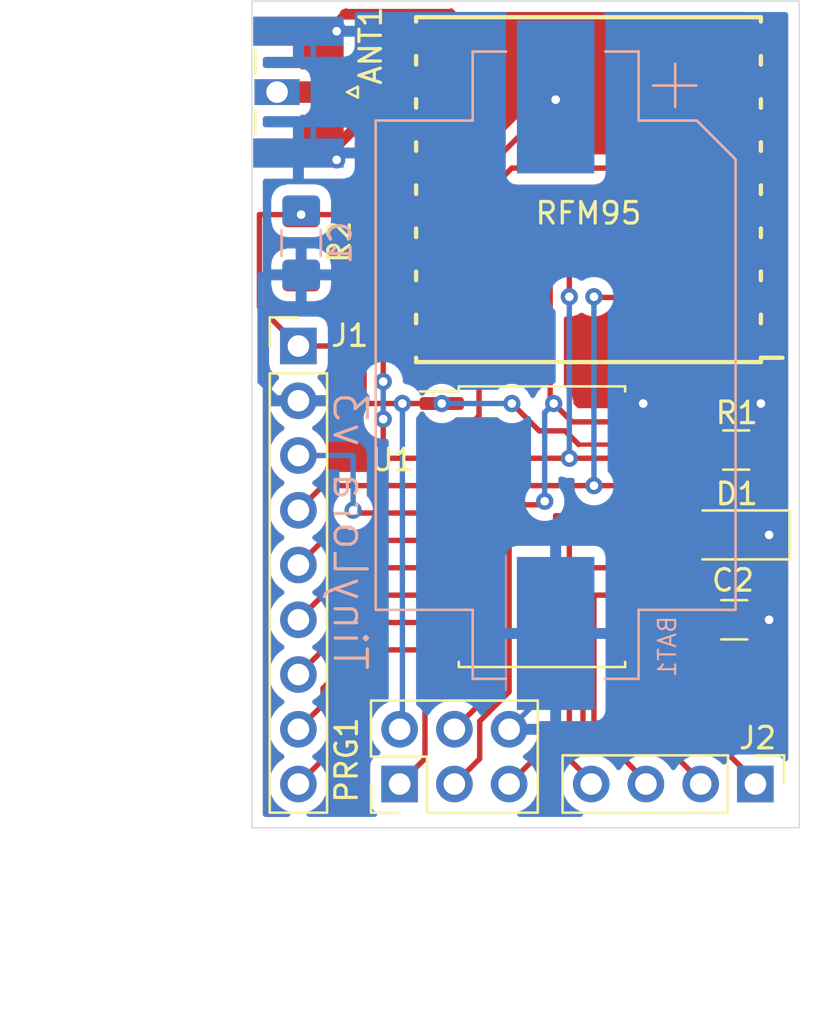
<source format=kicad_pcb>
(kicad_pcb (version 20200119) (host pcbnew "(5.99.0-1365-gd87daebb2)")

  (general
    (thickness 1.6)
    (drawings 5)
    (tracks 191)
    (modules 12)
    (nets 29)
  )

  (page "A4")
  (layers
    (0 "F.Cu" signal)
    (31 "B.Cu" signal)
    (32 "B.Adhes" user)
    (33 "F.Adhes" user)
    (34 "B.Paste" user)
    (35 "F.Paste" user)
    (36 "B.SilkS" user)
    (37 "F.SilkS" user)
    (38 "B.Mask" user)
    (39 "F.Mask" user)
    (40 "Dwgs.User" user)
    (41 "Cmts.User" user)
    (42 "Eco1.User" user)
    (43 "Eco2.User" user)
    (44 "Edge.Cuts" user)
    (45 "Margin" user)
    (46 "B.CrtYd" user)
    (47 "F.CrtYd" user)
    (48 "B.Fab" user)
    (49 "F.Fab" user)
  )

  (setup
    (last_trace_width 0.25)
    (trace_clearance 0.2)
    (zone_clearance 0.508)
    (zone_45_only no)
    (trace_min 0.2)
    (via_size 0.8)
    (via_drill 0.4)
    (via_min_size 0.4)
    (via_min_drill 0.3)
    (uvia_size 0.3)
    (uvia_drill 0.1)
    (uvias_allowed no)
    (uvia_min_size 0.2)
    (uvia_min_drill 0.1)
    (max_error 0.005)
    (defaults
      (edge_clearance 0.01)
      (edge_cuts_line_width 0.05)
      (courtyard_line_width 0.05)
      (copper_line_width 0.2)
      (copper_text_dims (size 1.5 1.5) (thickness 0.3))
      (silk_line_width 0.12)
      (silk_text_dims (size 1 1) (thickness 0.15))
      (other_layers_line_width 0.1)
      (other_layers_text_dims (size 1 1) (thickness 0.15))
      (dimension_units 0)
      (dimension_precision 1)
    )
    (pad_size 1 1)
    (pad_drill 0)
    (pad_to_mask_clearance 0.051)
    (solder_mask_min_width 0.25)
    (aux_axis_origin 0 0)
    (visible_elements FFFFFFFF)
    (pcbplotparams
      (layerselection 0x010fc_ffffffff)
      (usegerberextensions false)
      (usegerberattributes true)
      (usegerberadvancedattributes true)
      (creategerberjobfile true)
      (excludeedgelayer true)
      (linewidth 0.100000)
      (plotframeref false)
      (viasonmask false)
      (mode 1)
      (useauxorigin false)
      (hpglpennumber 1)
      (hpglpenspeed 20)
      (hpglpendiameter 15.000000)
      (psnegative false)
      (psa4output false)
      (plotreference true)
      (plotvalue true)
      (plotinvisibletext false)
      (padsonsilk false)
      (subtractmaskfromsilk false)
      (outputformat 1)
      (mirror false)
      (drillshape 1)
      (scaleselection 1)
      (outputdirectory "")
    )
  )

  (net 0 "")
  (net 1 "Net-(ANT1-Pad1)")
  (net 2 "+3V3")
  (net 3 "GND")
  (net 4 "Net-(D1-Pad2)")
  (net 5 "PB3")
  (net 6 "PB2")
  (net 7 "PB1")
  (net 8 "PB0")
  (net 9 "PA7")
  (net 10 "PA6")
  (net 11 "PC3")
  (net 12 "PC2")
  (net 13 "PC1")
  (net 14 "PC0")
  (net 15 "PB5")
  (net 16 "PB4")
  (net 17 "RST")
  (net 18 "MOSI")
  (net 19 "SCK")
  (net 20 "MISO")
  (net 21 "NSS")
  (net 22 "Net-(RFM95-Pad16)")
  (net 23 "Net-(RFM95-Pad15)")
  (net 24 "DIO0")
  (net 25 "Net-(RFM95-Pad12)")
  (net 26 "Net-(RFM95-Pad11)")
  (net 27 "Net-(RFM95-Pad7)")
  (net 28 "Net-(RFM95-Pad6)")

  (net_class "Default" "Dies ist die voreingestellte Netzklasse."
    (clearance 0.2)
    (trace_width 0.25)
    (via_dia 0.8)
    (via_drill 0.4)
    (uvia_dia 0.3)
    (uvia_drill 0.1)
    (add_net "+3V3")
    (add_net "DIO0")
    (add_net "GND")
    (add_net "MISO")
    (add_net "MOSI")
    (add_net "NSS")
    (add_net "Net-(ANT1-Pad1)")
    (add_net "Net-(D1-Pad2)")
    (add_net "Net-(RFM95-Pad11)")
    (add_net "Net-(RFM95-Pad12)")
    (add_net "Net-(RFM95-Pad15)")
    (add_net "Net-(RFM95-Pad16)")
    (add_net "Net-(RFM95-Pad6)")
    (add_net "Net-(RFM95-Pad7)")
    (add_net "PA6")
    (add_net "PA7")
    (add_net "PB0")
    (add_net "PB1")
    (add_net "PB2")
    (add_net "PB3")
    (add_net "PB4")
    (add_net "PB5")
    (add_net "PC0")
    (add_net "PC1")
    (add_net "PC2")
    (add_net "PC3")
    (add_net "RST")
    (add_net "SCK")
  )

  (module "Connector_PinHeader_2.54mm:PinHeader_1x04_P2.54mm_Vertical" (layer "F.Cu") (tedit 59FED5CC) (tstamp 37ad0759-c2e2-4ffc-aec5-8feeae67c052)
    (at 112.014 66.802 -90)
    (descr "Through hole straight pin header, 1x04, 2.54mm pitch, single row")
    (tags "Through hole pin header THT 1x04 2.54mm single row")
    (path "/00000000-0000-0000-0000-00005ea220ba")
    (fp_text reference "J2" (at -2.1336 -0.1016 180) (layer "F.SilkS")
      (effects (font (size 1 1) (thickness 0.15)))
    )
    (fp_text value "Conn_01x04_Male-Connector" (at 0 9.95 90) (layer "F.Fab")
      (effects (font (size 1 1) (thickness 0.15)))
    )
    (fp_text user "${REFERENCE}" (at 0 3.81) (layer "F.Fab")
      (effects (font (size 1 1) (thickness 0.15)))
    )
    (fp_line (start 1.8 -1.8) (end -1.8 -1.8) (layer "F.CrtYd") (width 0.05))
    (fp_line (start 1.8 9.4) (end 1.8 -1.8) (layer "F.CrtYd") (width 0.05))
    (fp_line (start -1.8 9.4) (end 1.8 9.4) (layer "F.CrtYd") (width 0.05))
    (fp_line (start -1.8 -1.8) (end -1.8 9.4) (layer "F.CrtYd") (width 0.05))
    (fp_line (start -1.33 -1.33) (end 0 -1.33) (layer "F.SilkS") (width 0.12))
    (fp_line (start -1.33 0) (end -1.33 -1.33) (layer "F.SilkS") (width 0.12))
    (fp_line (start -1.33 1.27) (end 1.33 1.27) (layer "F.SilkS") (width 0.12))
    (fp_line (start 1.33 1.27) (end 1.33 8.95) (layer "F.SilkS") (width 0.12))
    (fp_line (start -1.33 1.27) (end -1.33 8.95) (layer "F.SilkS") (width 0.12))
    (fp_line (start -1.33 8.95) (end 1.33 8.95) (layer "F.SilkS") (width 0.12))
    (fp_line (start -1.27 -0.635) (end -0.635 -1.27) (layer "F.Fab") (width 0.1))
    (fp_line (start -1.27 8.89) (end -1.27 -0.635) (layer "F.Fab") (width 0.1))
    (fp_line (start 1.27 8.89) (end -1.27 8.89) (layer "F.Fab") (width 0.1))
    (fp_line (start 1.27 -1.27) (end 1.27 8.89) (layer "F.Fab") (width 0.1))
    (fp_line (start -0.635 -1.27) (end 1.27 -1.27) (layer "F.Fab") (width 0.1))
    (pad "4" thru_hole oval (at 0 7.62 270) (size 1.7 1.7) (drill 1) (layers *.Cu *.Mask)
      (net 11 "PC3") (pinfunction "Pin_4") (tstamp 1f42ee8c-0349-4eda-bdb0-93c11aac5542))
    (pad "3" thru_hole oval (at 0 5.08 270) (size 1.7 1.7) (drill 1) (layers *.Cu *.Mask)
      (net 12 "PC2") (pinfunction "Pin_3") (tstamp d0a81cc0-9c57-49c2-b8e6-118d738f9f96))
    (pad "2" thru_hole oval (at 0 2.54 270) (size 1.7 1.7) (drill 1) (layers *.Cu *.Mask)
      (net 13 "PC1") (pinfunction "Pin_2") (tstamp 96b5e0a2-303a-487c-970f-6dd0d61d29ed))
    (pad "1" thru_hole rect (at 0 0 270) (size 1.7 1.7) (drill 1) (layers *.Cu *.Mask)
      (net 14 "PC0") (pinfunction "Pin_1") (tstamp b90cc231-0764-4b72-bd03-4803dfbf455b))
    (model "${KISYS3DMOD}/Connector_PinHeader_2.54mm.3dshapes/PinHeader_1x04_P2.54mm_Vertical.wrl"
      (at (xyz 0 0 0))
      (scale (xyz 1 1 1))
      (rotate (xyz 0 0 0))
    )
  )

  (module "Connector_PinHeader_2.54mm:PinHeader_1x09_P2.54mm_Vertical" (layer "F.Cu") (tedit 59FED5CC) (tstamp 5878ef79-5a4c-4cbe-9249-c705b0487de0)
    (at 90.805 46.482)
    (descr "Through hole straight pin header, 1x09, 2.54mm pitch, single row")
    (tags "Through hole pin header THT 1x09 2.54mm single row")
    (path "/00000000-0000-0000-0000-00005ea21977")
    (fp_text reference "J1" (at 2.3876 -0.4826) (layer "F.SilkS")
      (effects (font (size 1 1) (thickness 0.15)))
    )
    (fp_text value "Conn_01x09_Male-Connector" (at 0 22.65) (layer "F.Fab")
      (effects (font (size 1 1) (thickness 0.15)))
    )
    (fp_text user "${REFERENCE}" (at 0 10.16 90) (layer "F.Fab")
      (effects (font (size 1 1) (thickness 0.15)))
    )
    (fp_line (start 1.8 -1.8) (end -1.8 -1.8) (layer "F.CrtYd") (width 0.05))
    (fp_line (start 1.8 22.1) (end 1.8 -1.8) (layer "F.CrtYd") (width 0.05))
    (fp_line (start -1.8 22.1) (end 1.8 22.1) (layer "F.CrtYd") (width 0.05))
    (fp_line (start -1.8 -1.8) (end -1.8 22.1) (layer "F.CrtYd") (width 0.05))
    (fp_line (start -1.33 -1.33) (end 0 -1.33) (layer "F.SilkS") (width 0.12))
    (fp_line (start -1.33 0) (end -1.33 -1.33) (layer "F.SilkS") (width 0.12))
    (fp_line (start -1.33 1.27) (end 1.33 1.27) (layer "F.SilkS") (width 0.12))
    (fp_line (start 1.33 1.27) (end 1.33 21.65) (layer "F.SilkS") (width 0.12))
    (fp_line (start -1.33 1.27) (end -1.33 21.65) (layer "F.SilkS") (width 0.12))
    (fp_line (start -1.33 21.65) (end 1.33 21.65) (layer "F.SilkS") (width 0.12))
    (fp_line (start -1.27 -0.635) (end -0.635 -1.27) (layer "F.Fab") (width 0.1))
    (fp_line (start -1.27 21.59) (end -1.27 -0.635) (layer "F.Fab") (width 0.1))
    (fp_line (start 1.27 21.59) (end -1.27 21.59) (layer "F.Fab") (width 0.1))
    (fp_line (start 1.27 -1.27) (end 1.27 21.59) (layer "F.Fab") (width 0.1))
    (fp_line (start -0.635 -1.27) (end 1.27 -1.27) (layer "F.Fab") (width 0.1))
    (pad "9" thru_hole oval (at 0 20.32) (size 1.7 1.7) (drill 1) (layers *.Cu *.Mask)
      (net 7 "PB1") (pinfunction "Pin_9") (tstamp bd913765-c83f-439b-b852-dd4bef4e5a1a))
    (pad "8" thru_hole oval (at 0 17.78) (size 1.7 1.7) (drill 1) (layers *.Cu *.Mask)
      (net 6 "PB2") (pinfunction "Pin_8") (tstamp 2c24a06d-6113-4c02-b546-b5ef46606733))
    (pad "7" thru_hole oval (at 0 15.24) (size 1.7 1.7) (drill 1) (layers *.Cu *.Mask)
      (net 5 "PB3") (pinfunction "Pin_7") (tstamp 63ab69a7-c154-4cf1-8e09-58d145173c08))
    (pad "6" thru_hole oval (at 0 12.7) (size 1.7 1.7) (drill 1) (layers *.Cu *.Mask)
      (net 16 "PB4") (pinfunction "Pin_6") (tstamp e04ec695-fdf9-4318-afc6-4bb33faacd9d))
    (pad "5" thru_hole oval (at 0 10.16) (size 1.7 1.7) (drill 1) (layers *.Cu *.Mask)
      (net 15 "PB5") (pinfunction "Pin_5") (tstamp b760502c-8d8d-46d5-a5f4-13b9c9f32ef4))
    (pad "4" thru_hole oval (at 0 7.62) (size 1.7 1.7) (drill 1) (layers *.Cu *.Mask)
      (net 10 "PA6") (pinfunction "Pin_4") (tstamp e69a4f29-3e9f-4d21-af31-abce97ce0414))
    (pad "3" thru_hole oval (at 0 5.08) (size 1.7 1.7) (drill 1) (layers *.Cu *.Mask)
      (net 9 "PA7") (pinfunction "Pin_3") (tstamp 321a75eb-8597-4cb2-9f65-2975a9a2b4db))
    (pad "2" thru_hole oval (at 0 2.54) (size 1.7 1.7) (drill 1) (layers *.Cu *.Mask)
      (net 3 "GND") (pinfunction "Pin_2") (tstamp b9c3447c-6ebe-4b61-8893-78b2447a1731))
    (pad "1" thru_hole rect (at 0 0) (size 1.7 1.7) (drill 1) (layers *.Cu *.Mask)
      (net 2 "+3V3") (pinfunction "Pin_1") (tstamp b6118fb3-05c7-45fe-80d3-9ecb69513529))
    (model "${KISYS3DMOD}/Connector_PinHeader_2.54mm.3dshapes/PinHeader_1x09_P2.54mm_Vertical.wrl"
      (at (xyz 0 0 0))
      (scale (xyz 1 1 1))
      (rotate (xyz 0 0 0))
    )
  )

  (module "battery_holder:BatteryHolder_Keystone_1060_1x2032_Long_Pad" (layer "B.Cu") (tedit 5E2D666C) (tstamp 9d7153da-edd0-4d40-a819-05ccb6e910e8)
    (at 102.743 47.371 -90)
    (descr "http://www.keyelco.com/product-pdf.cfm?p=726")
    (tags "CR2032 BR2032 BatteryHolder Battery")
    (path "/00000000-0000-0000-0000-00005d6f40ee")
    (attr smd)
    (fp_text reference "BAT1" (at 13.0556 -5.1816 -90) (layer "B.SilkS")
      (effects (font (size 0.8 0.8) (thickness 0.1)) (justify mirror))
    )
    (fp_text value "Battery_Cell" (at 0 -11.75 -90) (layer "B.Fab")
      (effects (font (size 1 1) (thickness 0.15)) (justify mirror))
    )
    (fp_circle (center 0 0) (end -10.2 0) (layer "Dwgs.User") (width 0.3))
    (fp_line (start 11 -8) (end -9.4 -8) (layer "B.Fab") (width 0.1))
    (fp_line (start 11 8) (end -11 8) (layer "B.Fab") (width 0.1))
    (fp_line (start 11 -8) (end 11 -3.5) (layer "B.Fab") (width 0.1))
    (fp_line (start 11 8) (end 11 3.5) (layer "B.Fab") (width 0.1))
    (fp_line (start -11 8) (end -11 3.5) (layer "B.Fab") (width 0.1))
    (fp_line (start -11 -6.4) (end -11 -3.5) (layer "B.Fab") (width 0.1))
    (fp_line (start -11 -3.5) (end -14.2 -3.5) (layer "B.Fab") (width 0.1))
    (fp_line (start -14.2 -3.5) (end -14.2 3.5) (layer "B.Fab") (width 0.1))
    (fp_line (start -14.2 3.5) (end -11 3.5) (layer "B.Fab") (width 0.1))
    (fp_line (start 11 -3.5) (end 14.2 -3.5) (layer "B.Fab") (width 0.1))
    (fp_line (start 14.2 -3.5) (end 14.2 3.5) (layer "B.Fab") (width 0.1))
    (fp_line (start 14.2 3.5) (end 11 3.5) (layer "B.Fab") (width 0.1))
    (fp_line (start -9.4 -8) (end -11 -6.4) (layer "B.Fab") (width 0.1))
    (fp_line (start 11.35 -3.85) (end 14.55 -3.85) (layer "B.SilkS") (width 0.12))
    (fp_line (start 14.55 -3.85) (end 14.55 -2.3) (layer "B.SilkS") (width 0.12))
    (fp_line (start 11.35 -8.35) (end 11.35 -3.85) (layer "B.SilkS") (width 0.12))
    (fp_line (start 11.35 -8.35) (end -9.55 -8.35) (layer "B.SilkS") (width 0.12))
    (fp_line (start -11.35 -6.55) (end -11.35 -3.85) (layer "B.SilkS") (width 0.12))
    (fp_line (start -9.55 -8.35) (end -11.35 -6.55) (layer "B.SilkS") (width 0.12))
    (fp_line (start -11.35 -3.85) (end -14.55 -3.85) (layer "B.SilkS") (width 0.12))
    (fp_line (start -14.55 -3.85) (end -14.55 -2.3) (layer "B.SilkS") (width 0.12))
    (fp_line (start -11.35 3.85) (end -14.55 3.85) (layer "B.SilkS") (width 0.12))
    (fp_line (start -14.55 3.85) (end -14.55 2.3) (layer "B.SilkS") (width 0.12))
    (fp_line (start 11.35 3.85) (end 14.55 3.85) (layer "B.SilkS") (width 0.12))
    (fp_line (start 14.55 3.85) (end 14.55 2.3) (layer "B.SilkS") (width 0.12))
    (fp_line (start -11.35 8.35) (end 11.35 8.35) (layer "B.SilkS") (width 0.12))
    (fp_line (start -11.35 8.35) (end -11.35 3.85) (layer "B.SilkS") (width 0.12))
    (fp_line (start 11.35 8.35) (end 11.35 3.85) (layer "B.SilkS") (width 0.12))
    (fp_arc (start 0 0) (end -6.5 -8.5) (angle 74.81070976) (layer "B.CrtYd") (width 0.05))
    (fp_line (start 11.5 -8.5) (end 6.5 -8.5) (layer "B.CrtYd") (width 0.05))
    (fp_line (start -6.5 -8.5) (end -11.5 -8.5) (layer "B.CrtYd") (width 0.05))
    (fp_line (start -11.5 -4) (end -11.5 -8.5) (layer "B.CrtYd") (width 0.05))
    (fp_line (start -14.7 -4) (end -11.5 -4) (layer "B.CrtYd") (width 0.05))
    (fp_line (start -14.7 -4) (end -14.7 -2.3) (layer "B.CrtYd") (width 0.05))
    (fp_line (start -14.7 -2.3) (end -16.45 -2.3) (layer "B.CrtYd") (width 0.05))
    (fp_line (start -16.45 -2.3) (end -16.45 2.3) (layer "B.CrtYd") (width 0.05))
    (fp_line (start -14.7 2.3) (end -16.45 2.3) (layer "B.CrtYd") (width 0.05))
    (fp_line (start -14.7 2.3) (end -14.7 4) (layer "B.CrtYd") (width 0.05))
    (fp_line (start -14.7 4) (end -11.5 4) (layer "B.CrtYd") (width 0.05))
    (fp_line (start -11.5 4) (end -11.5 8.5) (layer "B.CrtYd") (width 0.05))
    (fp_line (start -11.5 8.5) (end -6.5 8.5) (layer "B.CrtYd") (width 0.05))
    (fp_line (start 11.5 8.5) (end 11.5 4) (layer "B.CrtYd") (width 0.05))
    (fp_line (start 11.5 4) (end 14.7 4) (layer "B.CrtYd") (width 0.05))
    (fp_line (start 14.7 4) (end 14.7 2.3) (layer "B.CrtYd") (width 0.05))
    (fp_line (start 14.7 2.3) (end 16.45 2.3) (layer "B.CrtYd") (width 0.05))
    (fp_line (start 16.45 2.3) (end 16.45 -2.3) (layer "B.CrtYd") (width 0.05))
    (fp_line (start 16.45 -2.3) (end 14.7 -2.3) (layer "B.CrtYd") (width 0.05))
    (fp_line (start 14.7 -2.3) (end 14.7 -4) (layer "B.CrtYd") (width 0.05))
    (fp_line (start 14.7 -4) (end 11.5 -4) (layer "B.CrtYd") (width 0.05))
    (fp_line (start 11.5 -4) (end 11.5 -8.5) (layer "B.CrtYd") (width 0.05))
    (fp_arc (start 0 0) (end 6.5 8.5) (angle 74.81070976) (layer "B.CrtYd") (width 0.05))
    (fp_line (start 11.5 8.5) (end 6.5 8.5) (layer "B.CrtYd") (width 0.05))
    (fp_text user "BAT" (at 0 0 -90) (layer "B.Fab") hide
      (effects (font (size 1 1) (thickness 0.15)) (justify mirror))
    )
    (fp_line (start -12.97432 -4.5278) (end -12.97432 -6.5278) (layer "B.SilkS") (width 0.12))
    (fp_line (start -11.98524 -5.54736) (end -13.98524 -5.54736) (layer "B.SilkS") (width 0.12))
    (pad "1" smd rect (at -12.446 0 90) (size 7.1 3.6) (layers "B.Cu" "B.Paste" "B.Mask")
      (net 2 "+3V3") (pinfunction "+") (tstamp caf55193-8fd8-4cc8-9c23-db184a9b1e1f))
    (pad "2" smd rect (at 12.446 0 90) (size 7.1 3.6) (layers "B.Cu" "B.Paste" "B.Mask")
      (net 3 "GND") (pinfunction "-") (tstamp 295c4d52-8e77-4b0b-a7a1-f2b1897cc7a2))
    (model "${KISYS3DMOD}/Battery.3dshapes/BatteryHolder_Keystone_1060_1x2032.wrl"
      (at (xyz 0 0 0))
      (scale (xyz 1 1 1))
      (rotate (xyz 0 0 0))
    )
  )

  (module "Capacitor_SMD:C_1206_3216Metric_Pad1.42x1.75mm_HandSolder" (layer "F.Cu") (tedit 5B301BBE) (tstamp 0716afc0-235f-419f-8fc4-a2daae6fd421)
    (at 111.0345 59.182)
    (descr "Capacitor SMD 1206 (3216 Metric), square (rectangular) end terminal, IPC_7351 nominal with elongated pad for handsoldering. (Body size source: http://www.tortai-tech.com/upload/download/2011102023233369053.pdf), generated with kicad-footprint-generator")
    (tags "capacitor handsolder")
    (path "/00000000-0000-0000-0000-00005d694e97")
    (attr smd)
    (fp_text reference "C2" (at -0.0619 -1.8288) (layer "F.SilkS")
      (effects (font (size 1 1) (thickness 0.15)))
    )
    (fp_text value "100n" (at 0 1.82 180) (layer "F.Fab")
      (effects (font (size 1 1) (thickness 0.15)))
    )
    (fp_line (start -1.6 0.8) (end -1.6 -0.8) (layer "F.Fab") (width 0.1))
    (fp_line (start -1.6 -0.8) (end 1.6 -0.8) (layer "F.Fab") (width 0.1))
    (fp_line (start 1.6 -0.8) (end 1.6 0.8) (layer "F.Fab") (width 0.1))
    (fp_line (start 1.6 0.8) (end -1.6 0.8) (layer "F.Fab") (width 0.1))
    (fp_line (start -0.602064 -0.91) (end 0.602064 -0.91) (layer "F.SilkS") (width 0.12))
    (fp_line (start -0.602064 0.91) (end 0.602064 0.91) (layer "F.SilkS") (width 0.12))
    (fp_line (start -2.45 1.12) (end -2.45 -1.12) (layer "F.CrtYd") (width 0.05))
    (fp_line (start -2.45 -1.12) (end 2.45 -1.12) (layer "F.CrtYd") (width 0.05))
    (fp_line (start 2.45 -1.12) (end 2.45 1.12) (layer "F.CrtYd") (width 0.05))
    (fp_line (start 2.45 1.12) (end -2.45 1.12) (layer "F.CrtYd") (width 0.05))
    (fp_text user "${REFERENCE}" (at 0 0 180) (layer "F.Fab")
      (effects (font (size 0.8 0.8) (thickness 0.12)))
    )
    (pad "2" smd roundrect (at 1.4875 0) (size 1.425 1.75) (layers "F.Cu" "F.Paste" "F.Mask") (roundrect_rratio 0.175439)
      (net 3 "GND") (tstamp c9eb0720-9b2f-46da-8f62-376f2cd23c4c))
    (pad "1" smd roundrect (at -1.4875 0) (size 1.425 1.75) (layers "F.Cu" "F.Paste" "F.Mask") (roundrect_rratio 0.175439)
      (net 2 "+3V3") (tstamp c1ee0492-e9b5-4078-bf37-78c78cd732ff))
    (model "${KISYS3DMOD}/Capacitor_SMD.3dshapes/C_1206_3216Metric.wrl"
      (at (xyz 0 0 0))
      (scale (xyz 1 1 1))
      (rotate (xyz 0 0 0))
    )
  )

  (module "Package_SO:SOIC-20W_7.5x12.8mm_P1.27mm" (layer "F.Cu") (tedit 5D9F72B1) (tstamp 4d88a77c-1cbb-46f9-8c4c-d506b7453540)
    (at 102.108 54.864)
    (descr "SOIC, 20 Pin (JEDEC MS-013AC, https://www.analog.com/media/en/package-pcb-resources/package/233848rw_20.pdf), generated with kicad-footprint-generator ipc_gullwing_generator.py")
    (tags "SOIC SO")
    (path "/00000000-0000-0000-0000-00005e9fca2b")
    (attr smd)
    (fp_text reference "U1" (at -6.9342 -3.0988) (layer "F.SilkS")
      (effects (font (size 1 1) (thickness 0.15)))
    )
    (fp_text value "ATtiny3216-S" (at 0 7.35) (layer "F.Fab")
      (effects (font (size 1 1) (thickness 0.15)))
    )
    (fp_line (start 0 6.51) (end 3.86 6.51) (layer "F.SilkS") (width 0.12))
    (fp_line (start 3.86 6.51) (end 3.86 6.275) (layer "F.SilkS") (width 0.12))
    (fp_line (start 0 6.51) (end -3.86 6.51) (layer "F.SilkS") (width 0.12))
    (fp_line (start -3.86 6.51) (end -3.86 6.275) (layer "F.SilkS") (width 0.12))
    (fp_line (start 0 -6.51) (end 3.86 -6.51) (layer "F.SilkS") (width 0.12))
    (fp_line (start 3.86 -6.51) (end 3.86 -6.275) (layer "F.SilkS") (width 0.12))
    (fp_line (start 0 -6.51) (end -3.86 -6.51) (layer "F.SilkS") (width 0.12))
    (fp_line (start -3.86 -6.51) (end -3.86 -6.275) (layer "F.SilkS") (width 0.12))
    (fp_line (start -3.86 -6.275) (end -5.675 -6.275) (layer "F.SilkS") (width 0.12))
    (fp_line (start -2.75 -6.4) (end 3.75 -6.4) (layer "F.Fab") (width 0.1))
    (fp_line (start 3.75 -6.4) (end 3.75 6.4) (layer "F.Fab") (width 0.1))
    (fp_line (start 3.75 6.4) (end -3.75 6.4) (layer "F.Fab") (width 0.1))
    (fp_line (start -3.75 6.4) (end -3.75 -5.4) (layer "F.Fab") (width 0.1))
    (fp_line (start -3.75 -5.4) (end -2.75 -6.4) (layer "F.Fab") (width 0.1))
    (fp_line (start -5.93 -6.65) (end -5.93 6.65) (layer "F.CrtYd") (width 0.05))
    (fp_line (start -5.93 6.65) (end 5.93 6.65) (layer "F.CrtYd") (width 0.05))
    (fp_line (start 5.93 6.65) (end 5.93 -6.65) (layer "F.CrtYd") (width 0.05))
    (fp_line (start 5.93 -6.65) (end -5.93 -6.65) (layer "F.CrtYd") (width 0.05))
    (fp_text user "${REFERENCE}" (at 0 0) (layer "F.Fab")
      (effects (font (size 1 1) (thickness 0.15)))
    )
    (pad "20" smd roundrect (at 4.65 -5.715) (size 2.05 0.6) (layers "F.Cu" "F.Paste" "F.Mask") (roundrect_rratio 0.25)
      (net 3 "GND") (pinfunction "GND") (tstamp 73e7bea6-ba2d-4631-8ded-915f4a01713a))
    (pad "19" smd roundrect (at 4.65 -4.445) (size 2.05 0.6) (layers "F.Cu" "F.Paste" "F.Mask") (roundrect_rratio 0.25)
      (net 19 "SCK") (pinfunction "PA3") (tstamp 4519c0e9-85a0-4ada-8c45-16f8db194af5))
    (pad "18" smd roundrect (at 4.65 -3.175) (size 2.05 0.6) (layers "F.Cu" "F.Paste" "F.Mask") (roundrect_rratio 0.25)
      (net 20 "MISO") (pinfunction "PA2") (tstamp e658d211-b3b5-44ab-ba3d-d833ed7acb2c))
    (pad "17" smd roundrect (at 4.65 -1.905) (size 2.05 0.6) (layers "F.Cu" "F.Paste" "F.Mask") (roundrect_rratio 0.25)
      (net 18 "MOSI") (pinfunction "PA1") (tstamp aff6625b-23e3-4d78-a506-9830f5b53a5f))
    (pad "16" smd roundrect (at 4.65 -0.635) (size 2.05 0.6) (layers "F.Cu" "F.Paste" "F.Mask") (roundrect_rratio 0.25)
      (net 17 "RST") (pinfunction "~RESET~/PA0") (tstamp 5eb82f2f-09f5-4d33-9d72-8d584a4f0e5d))
    (pad "15" smd roundrect (at 4.65 0.635) (size 2.05 0.6) (layers "F.Cu" "F.Paste" "F.Mask") (roundrect_rratio 0.25)
      (net 11 "PC3") (pinfunction "PC3") (tstamp 2d6f8421-6168-4dac-ba31-6a0bb1ffa91f))
    (pad "14" smd roundrect (at 4.65 1.905) (size 2.05 0.6) (layers "F.Cu" "F.Paste" "F.Mask") (roundrect_rratio 0.25)
      (net 12 "PC2") (pinfunction "PC2") (tstamp 957c9fae-968e-4b96-8127-d557f704fe40))
    (pad "13" smd roundrect (at 4.65 3.175) (size 2.05 0.6) (layers "F.Cu" "F.Paste" "F.Mask") (roundrect_rratio 0.25)
      (net 13 "PC1") (pinfunction "PC1") (tstamp 0e94faa5-9365-4079-b6d3-754f8c85861a))
    (pad "12" smd roundrect (at 4.65 4.445) (size 2.05 0.6) (layers "F.Cu" "F.Paste" "F.Mask") (roundrect_rratio 0.25)
      (net 14 "PC0") (pinfunction "PC0") (tstamp 7fd6b8c8-a94b-4e3d-80a4-5f8f602ad5d9))
    (pad "11" smd roundrect (at 4.65 5.715) (size 2.05 0.6) (layers "F.Cu" "F.Paste" "F.Mask") (roundrect_rratio 0.25)
      (net 8 "PB0") (pinfunction "PB0") (tstamp 10c67960-6709-4c46-9941-6f9d858b7300))
    (pad "10" smd roundrect (at -4.65 5.715) (size 2.05 0.6) (layers "F.Cu" "F.Paste" "F.Mask") (roundrect_rratio 0.25)
      (net 7 "PB1") (pinfunction "PB1") (tstamp 906b6acc-1203-45b3-b937-1bf1aee9be2b))
    (pad "9" smd roundrect (at -4.65 4.445) (size 2.05 0.6) (layers "F.Cu" "F.Paste" "F.Mask") (roundrect_rratio 0.25)
      (net 6 "PB2") (pinfunction "PB2") (tstamp 0c2c31b9-89ad-457b-bedd-bdefddde00b8))
    (pad "8" smd roundrect (at -4.65 3.175) (size 2.05 0.6) (layers "F.Cu" "F.Paste" "F.Mask") (roundrect_rratio 0.25)
      (net 5 "PB3") (pinfunction "PB3") (tstamp 7029fa04-a1e6-4db0-80bc-158558dd6cd4))
    (pad "7" smd roundrect (at -4.65 1.905) (size 2.05 0.6) (layers "F.Cu" "F.Paste" "F.Mask") (roundrect_rratio 0.25)
      (net 16 "PB4") (pinfunction "PB4") (tstamp c84d88a5-fcc9-4f0a-8876-335483155670))
    (pad "6" smd roundrect (at -4.65 0.635) (size 2.05 0.6) (layers "F.Cu" "F.Paste" "F.Mask") (roundrect_rratio 0.25)
      (net 15 "PB5") (pinfunction "PB5") (tstamp b2f200c2-ba09-4f72-b838-452dd2332ae0))
    (pad "5" smd roundrect (at -4.65 -0.635) (size 2.05 0.6) (layers "F.Cu" "F.Paste" "F.Mask") (roundrect_rratio 0.25)
      (net 9 "PA7") (pinfunction "PA7") (tstamp 94e6602f-e3d0-4f5b-9914-9caabb406767))
    (pad "4" smd roundrect (at -4.65 -1.905) (size 2.05 0.6) (layers "F.Cu" "F.Paste" "F.Mask") (roundrect_rratio 0.25)
      (net 10 "PA6") (pinfunction "PA6") (tstamp 7e60d9b5-fbcf-44b2-95a2-02f1a1a94936))
    (pad "3" smd roundrect (at -4.65 -3.175) (size 2.05 0.6) (layers "F.Cu" "F.Paste" "F.Mask") (roundrect_rratio 0.25)
      (net 21 "NSS") (pinfunction "PA5") (tstamp 8a2b4975-07c2-45bb-b25e-ce0be015bf27))
    (pad "2" smd roundrect (at -4.65 -4.445) (size 2.05 0.6) (layers "F.Cu" "F.Paste" "F.Mask") (roundrect_rratio 0.25)
      (net 24 "DIO0") (pinfunction "PA4") (tstamp e3fb48bc-d104-4fe4-99dd-188283abed32))
    (pad "1" smd roundrect (at -4.65 -5.715) (size 2.05 0.6) (layers "F.Cu" "F.Paste" "F.Mask") (roundrect_rratio 0.25)
      (net 2 "+3V3") (pinfunction "VCC") (tstamp 1fb1fb70-6b36-4b97-b2d2-62e75f90ba89))
    (model "${KISYS3DMOD}/Package_SO.3dshapes/SOIC-20W_7.5x12.8mm_P1.27mm.wrl"
      (at (xyz 0 0 0))
      (scale (xyz 1 1 1))
      (rotate (xyz 0 0 0))
    )
  )

  (module "RFM:RFM95" (layer "F.Cu") (tedit 585E5D4C) (tstamp 2adccd66-1386-43da-be78-c5d3f7237135)
    (at 112.268 46.228 180)
    (path "/00000000-0000-0000-0000-00005d664943")
    (fp_text reference "RFM95" (at 8.001 5.9055 180) (layer "F.SilkS")
      (effects (font (size 1 1) (thickness 0.15)))
    )
    (fp_text value "RFM95W-868S2" (at 13.5 -1.8) (layer "F.Fab")
      (effects (font (size 1 1) (thickness 0.15)))
    )
    (fp_line (start 0 15) (end 0 14.8) (layer "F.SilkS") (width 0.2))
    (fp_line (start 16 15) (end 0 15) (layer "F.SilkS") (width 0.2))
    (fp_line (start 16 14.8) (end 16 15) (layer "F.SilkS") (width 0.2))
    (fp_line (start 16 12.8) (end 16 13.2) (layer "F.SilkS") (width 0.2))
    (fp_line (start 16 10.8) (end 16 11.2) (layer "F.SilkS") (width 0.2))
    (fp_line (start 16 8.8) (end 16 9.2) (layer "F.SilkS") (width 0.2))
    (fp_line (start 16 6.8) (end 16 7.2) (layer "F.SilkS") (width 0.2))
    (fp_line (start 16 4.8) (end 16 5.2) (layer "F.SilkS") (width 0.2))
    (fp_line (start 16 2.8) (end 16 3.2) (layer "F.SilkS") (width 0.2))
    (fp_line (start 16 0.8) (end 16 1.2) (layer "F.SilkS") (width 0.2))
    (fp_line (start 16 -1) (end 16 -0.8) (layer "F.SilkS") (width 0.2))
    (fp_line (start 0 12.8) (end 0 13.2) (layer "F.SilkS") (width 0.2))
    (fp_line (start 0 -0.8) (end 0 -1) (layer "F.SilkS") (width 0.2))
    (fp_line (start -1 -0.8) (end 0 -0.8) (layer "F.SilkS") (width 0.2))
    (fp_line (start 0 1.2) (end 0 0.8) (layer "F.SilkS") (width 0.2))
    (fp_line (start 0 3.2) (end 0 2.8) (layer "F.SilkS") (width 0.2))
    (fp_line (start 0 4.8) (end 0 5.2) (layer "F.SilkS") (width 0.2))
    (fp_line (start 0 6.8) (end 0 7.2) (layer "F.SilkS") (width 0.2))
    (fp_line (start 0 8.8) (end 0 9.2) (layer "F.SilkS") (width 0.2))
    (fp_line (start 0 10.8) (end 0 11.2) (layer "F.SilkS") (width 0.2))
    (fp_line (start 0 -1) (end 16 -1) (layer "F.SilkS") (width 0.2))
    (pad "16" smd oval (at 16 0 180) (size 2 1) (layers "F.Cu" "F.Paste" "F.Mask")
      (net 22 "Net-(RFM95-Pad16)") (pinfunction "DIO2") (tstamp 3f50cafc-6e68-4d1d-844a-373a50ece236))
    (pad "15" smd oval (at 16 2 180) (size 2 1) (layers "F.Cu" "F.Paste" "F.Mask")
      (net 23 "Net-(RFM95-Pad15)") (pinfunction "DIO1") (tstamp ca100828-f7f6-47cc-8709-5a1ce3dcb7de))
    (pad "14" smd oval (at 16 4 180) (size 2 1) (layers "F.Cu" "F.Paste" "F.Mask")
      (net 24 "DIO0") (pinfunction "DIO0") (tstamp 50047f61-edb7-4f95-a044-a0a75934360e))
    (pad "13" smd oval (at 16 6 180) (size 2 1) (layers "F.Cu" "F.Paste" "F.Mask")
      (net 2 "+3V3") (pinfunction "3.3V") (tstamp c68eed56-78fa-4414-8797-2180873df93c))
    (pad "12" smd oval (at 16 8 180) (size 2 1) (layers "F.Cu" "F.Paste" "F.Mask")
      (net 25 "Net-(RFM95-Pad12)") (pinfunction "DIO4") (tstamp 9f589ef8-927d-4f73-85a9-7029b3912c13))
    (pad "11" smd oval (at 16 10 180) (size 2 1) (layers "F.Cu" "F.Paste" "F.Mask")
      (net 26 "Net-(RFM95-Pad11)") (pinfunction "DIO3") (tstamp c8a4578d-34b5-40bf-871a-a84087ce8f22))
    (pad "10" smd oval (at 16 12 180) (size 2 1) (layers "F.Cu" "F.Paste" "F.Mask")
      (net 3 "GND") (pinfunction "GND") (tstamp 5ff5fe06-5967-4eed-9584-7a4624055d2c))
    (pad "9" smd oval (at 16 14 180) (size 2 1) (layers "F.Cu" "F.Paste" "F.Mask")
      (net 1 "Net-(ANT1-Pad1)") (pinfunction "ANT") (tstamp 9b21dbe4-032c-47f6-ad87-910aa4f4727e))
    (pad "8" smd oval (at 0 14 180) (size 2 1) (layers "F.Cu" "F.Paste" "F.Mask")
      (net 3 "GND") (pinfunction "GND") (tstamp 9266509a-58d7-4cfa-a42f-c1ace7ae7dc1))
    (pad "7" smd oval (at 0 12 180) (size 2 1) (layers "F.Cu" "F.Paste" "F.Mask")
      (net 27 "Net-(RFM95-Pad7)") (pinfunction "DIO5") (tstamp cc91222e-800f-4c5c-8d10-d21e7e23cca4))
    (pad "6" smd oval (at 0 10 180) (size 2 1) (layers "F.Cu" "F.Paste" "F.Mask")
      (net 28 "Net-(RFM95-Pad6)") (pinfunction "RESET") (tstamp 0c5cd253-0907-4f72-b5ee-21e70df1c4ac))
    (pad "5" smd oval (at 0 8 180) (size 2 1) (layers "F.Cu" "F.Paste" "F.Mask")
      (net 21 "NSS") (pinfunction "NSS") (tstamp 81d5ac4a-3744-452e-8e4d-96a3ae9a410f))
    (pad "4" smd oval (at 0 6 180) (size 2 1) (layers "F.Cu" "F.Paste" "F.Mask")
      (net 19 "SCK") (pinfunction "SCK") (tstamp 1cb3503b-5ae3-4192-9a91-fcd98bd08f1b))
    (pad "3" smd oval (at 0 4 180) (size 2 1) (layers "F.Cu" "F.Paste" "F.Mask")
      (net 20 "MISO") (pinfunction "MOSI") (tstamp 3d8f4f7b-9e9a-48dc-9367-7731de91e561))
    (pad "2" smd oval (at 0 2 180) (size 2 1) (layers "F.Cu" "F.Paste" "F.Mask")
      (net 18 "MOSI") (pinfunction "MISO") (tstamp 05c457a4-9d32-494c-978c-3baf33b5f80b))
    (pad "1" smd oval (at 0 0 180) (size 2 1) (layers "F.Cu" "F.Paste" "F.Mask")
      (net 3 "GND") (pinfunction "GND") (tstamp 0c635b54-f8c7-4106-816b-03aa4b26a0a1))
  )

  (module "Resistor_SMD:R_1206_3216Metric_Pad1.42x1.75mm_HandSolder" (layer "F.Cu") (tedit 5B301BBD) (tstamp f3631681-075a-44c2-849d-f7e9b08a97cd)
    (at 90.932 41.7465 90)
    (descr "Resistor SMD 1206 (3216 Metric), square (rectangular) end terminal, IPC_7351 nominal with elongated pad for handsoldering. (Body size source: http://www.tortai-tech.com/upload/download/2011102023233369053.pdf), generated with kicad-footprint-generator")
    (tags "resistor handsolder")
    (path "/00000000-0000-0000-0000-00005e0cabaf")
    (attr smd)
    (fp_text reference "R2" (at 0.1 1.778 -90) (layer "F.SilkS")
      (effects (font (size 1 1) (thickness 0.15)))
    )
    (fp_text value "47K" (at 0 1.82 90) (layer "F.Fab")
      (effects (font (size 1 1) (thickness 0.15)))
    )
    (fp_line (start -1.6 0.8) (end -1.6 -0.8) (layer "F.Fab") (width 0.1))
    (fp_line (start -1.6 -0.8) (end 1.6 -0.8) (layer "F.Fab") (width 0.1))
    (fp_line (start 1.6 -0.8) (end 1.6 0.8) (layer "F.Fab") (width 0.1))
    (fp_line (start 1.6 0.8) (end -1.6 0.8) (layer "F.Fab") (width 0.1))
    (fp_line (start -0.602064 -0.91) (end 0.602064 -0.91) (layer "F.SilkS") (width 0.12))
    (fp_line (start -0.602064 0.91) (end 0.602064 0.91) (layer "F.SilkS") (width 0.12))
    (fp_line (start -2.45 1.12) (end -2.45 -1.12) (layer "F.CrtYd") (width 0.05))
    (fp_line (start -2.45 -1.12) (end 2.45 -1.12) (layer "F.CrtYd") (width 0.05))
    (fp_line (start 2.45 -1.12) (end 2.45 1.12) (layer "F.CrtYd") (width 0.05))
    (fp_line (start 2.45 1.12) (end -2.45 1.12) (layer "F.CrtYd") (width 0.05))
    (fp_text user "${REFERENCE}" (at 0 0 90) (layer "F.Fab")
      (effects (font (size 0.8 0.8) (thickness 0.12)))
    )
    (pad "2" smd roundrect (at 1.4875 0 90) (size 1.425 1.75) (layers "F.Cu" "F.Paste" "F.Mask") (roundrect_rratio 0.175439)
      (net 2 "+3V3") (tstamp ec4f151e-24f2-4c68-9f42-b1953ac1077e))
    (pad "1" smd roundrect (at -1.4875 0 90) (size 1.425 1.75) (layers "F.Cu" "F.Paste" "F.Mask") (roundrect_rratio 0.175439)
      (net 21 "NSS") (tstamp 81c073c2-6547-407b-ba4a-43441526ac3b))
    (model "${KISYS3DMOD}/Resistor_SMD.3dshapes/R_1206_3216Metric.wrl"
      (at (xyz 0 0 0))
      (scale (xyz 1 1 1))
      (rotate (xyz 0 0 0))
    )
  )

  (module "Resistor_SMD:R_1206_3216Metric_Pad1.42x1.75mm_HandSolder" (layer "F.Cu") (tedit 5B301BBD) (tstamp e7080450-da85-4ee7-a2fa-3f1686a9ad02)
    (at 111.125 51.308)
    (descr "Resistor SMD 1206 (3216 Metric), square (rectangular) end terminal, IPC_7351 nominal with elongated pad for handsoldering. (Body size source: http://www.tortai-tech.com/upload/download/2011102023233369053.pdf), generated with kicad-footprint-generator")
    (tags "resistor handsolder")
    (path "/00000000-0000-0000-0000-00005d6827f4")
    (attr smd)
    (fp_text reference "R1" (at 0.0254 -1.7272 180) (layer "F.SilkS")
      (effects (font (size 1 1) (thickness 0.15)))
    )
    (fp_text value "100" (at 0 1.82 180) (layer "F.Fab")
      (effects (font (size 1 1) (thickness 0.15)))
    )
    (fp_line (start -1.6 0.8) (end -1.6 -0.8) (layer "F.Fab") (width 0.1))
    (fp_line (start -1.6 -0.8) (end 1.6 -0.8) (layer "F.Fab") (width 0.1))
    (fp_line (start 1.6 -0.8) (end 1.6 0.8) (layer "F.Fab") (width 0.1))
    (fp_line (start 1.6 0.8) (end -1.6 0.8) (layer "F.Fab") (width 0.1))
    (fp_line (start -0.602064 -0.91) (end 0.602064 -0.91) (layer "F.SilkS") (width 0.12))
    (fp_line (start -0.602064 0.91) (end 0.602064 0.91) (layer "F.SilkS") (width 0.12))
    (fp_line (start -2.45 1.12) (end -2.45 -1.12) (layer "F.CrtYd") (width 0.05))
    (fp_line (start -2.45 -1.12) (end 2.45 -1.12) (layer "F.CrtYd") (width 0.05))
    (fp_line (start 2.45 -1.12) (end 2.45 1.12) (layer "F.CrtYd") (width 0.05))
    (fp_line (start 2.45 1.12) (end -2.45 1.12) (layer "F.CrtYd") (width 0.05))
    (fp_text user "${REFERENCE}" (at 0 0 180) (layer "F.Fab")
      (effects (font (size 0.8 0.8) (thickness 0.12)))
    )
    (pad "2" smd roundrect (at 1.4875 0) (size 1.425 1.75) (layers "F.Cu" "F.Paste" "F.Mask") (roundrect_rratio 0.175439)
      (net 8 "PB0") (tstamp ec4f151e-24f2-4c68-9f42-b1953ac1077e))
    (pad "1" smd roundrect (at -1.4875 0) (size 1.425 1.75) (layers "F.Cu" "F.Paste" "F.Mask") (roundrect_rratio 0.175439)
      (net 4 "Net-(D1-Pad2)") (tstamp 81c073c2-6547-407b-ba4a-43441526ac3b))
    (model "${KISYS3DMOD}/Resistor_SMD.3dshapes/R_1206_3216Metric.wrl"
      (at (xyz 0 0 0))
      (scale (xyz 1 1 1))
      (rotate (xyz 0 0 0))
    )
  )

  (module "Connector_PinHeader_2.54mm:PinHeader_2x03_P2.54mm_Vertical" (layer "F.Cu") (tedit 59FED5CC) (tstamp b2052976-0e55-4c0e-818f-7fd3fdccfb5f)
    (at 95.504 66.802 90)
    (descr "Through hole straight pin header, 2x03, 2.54mm pitch, double rows")
    (tags "Through hole pin header THT 2x03 2.54mm double row")
    (path "/00000000-0000-0000-0000-00005d69c5bf")
    (fp_text reference "PRG1" (at 1.1176 -2.4638 -90) (layer "F.SilkS")
      (effects (font (size 1 1) (thickness 0.15)))
    )
    (fp_text value "PRG" (at 1.27 7.41 90) (layer "F.Fab")
      (effects (font (size 1 1) (thickness 0.15)))
    )
    (fp_line (start 0 -1.27) (end 3.81 -1.27) (layer "F.Fab") (width 0.1))
    (fp_line (start 3.81 -1.27) (end 3.81 6.35) (layer "F.Fab") (width 0.1))
    (fp_line (start 3.81 6.35) (end -1.27 6.35) (layer "F.Fab") (width 0.1))
    (fp_line (start -1.27 6.35) (end -1.27 0) (layer "F.Fab") (width 0.1))
    (fp_line (start -1.27 0) (end 0 -1.27) (layer "F.Fab") (width 0.1))
    (fp_line (start -1.33 6.41) (end 3.87 6.41) (layer "F.SilkS") (width 0.12))
    (fp_line (start -1.33 1.27) (end -1.33 6.41) (layer "F.SilkS") (width 0.12))
    (fp_line (start 3.87 -1.33) (end 3.87 6.41) (layer "F.SilkS") (width 0.12))
    (fp_line (start -1.33 1.27) (end 1.27 1.27) (layer "F.SilkS") (width 0.12))
    (fp_line (start 1.27 1.27) (end 1.27 -1.33) (layer "F.SilkS") (width 0.12))
    (fp_line (start 1.27 -1.33) (end 3.87 -1.33) (layer "F.SilkS") (width 0.12))
    (fp_line (start -1.33 0) (end -1.33 -1.33) (layer "F.SilkS") (width 0.12))
    (fp_line (start -1.33 -1.33) (end 0 -1.33) (layer "F.SilkS") (width 0.12))
    (fp_line (start -1.8 -1.8) (end -1.8 6.85) (layer "F.CrtYd") (width 0.05))
    (fp_line (start -1.8 6.85) (end 4.35 6.85) (layer "F.CrtYd") (width 0.05))
    (fp_line (start 4.35 6.85) (end 4.35 -1.8) (layer "F.CrtYd") (width 0.05))
    (fp_line (start 4.35 -1.8) (end -1.8 -1.8) (layer "F.CrtYd") (width 0.05))
    (fp_text user "${REFERENCE}" (at 1.27 2.54) (layer "F.Fab")
      (effects (font (size 1 1) (thickness 0.15)))
    )
    (pad "6" thru_hole oval (at 2.54 5.08 90) (size 1.7 1.7) (drill 1) (layers *.Cu *.Mask)
      (net 3 "GND") (pinfunction "Pin_6") (tstamp 22b38b8c-27b4-4ea0-a77a-1df702837537))
    (pad "5" thru_hole oval (at 0 5.08 90) (size 1.7 1.7) (drill 1) (layers *.Cu *.Mask)
      (net 17 "RST") (pinfunction "Pin_5") (tstamp 70269a71-d2ab-4005-998a-90d9df07af99))
    (pad "4" thru_hole oval (at 2.54 2.54 90) (size 1.7 1.7) (drill 1) (layers *.Cu *.Mask)
      (net 18 "MOSI") (pinfunction "Pin_4") (tstamp c42ffa81-aca1-4db4-b79f-955868ee6c8a))
    (pad "3" thru_hole oval (at 0 2.54 90) (size 1.7 1.7) (drill 1) (layers *.Cu *.Mask)
      (net 19 "SCK") (pinfunction "Pin_3") (tstamp 49fbb28d-7fd0-4a5b-8d41-6d9bf2ae07a1))
    (pad "2" thru_hole oval (at 2.54 0 90) (size 1.7 1.7) (drill 1) (layers *.Cu *.Mask)
      (net 2 "+3V3") (pinfunction "Pin_2") (tstamp 2c370281-e0b6-40bc-a975-27e22aa64fd1))
    (pad "1" thru_hole rect (at 0 0 90) (size 1.7 1.7) (drill 1) (layers *.Cu *.Mask)
      (net 20 "MISO") (pinfunction "Pin_1") (tstamp e4cabf5c-949d-4b0c-a695-1fed2e811a92))
    (model "${KISYS3DMOD}/Connector_PinHeader_2.54mm.3dshapes/PinHeader_2x03_P2.54mm_Vertical.wrl"
      (at (xyz 0 0 0))
      (scale (xyz 1 1 1))
      (rotate (xyz 0 0 0))
    )
  )

  (module "LED_SMD:LED_1206_3216Metric_Pad1.42x1.75mm_HandSolder" (layer "F.Cu") (tedit 5B4B45C9) (tstamp 9ba3dc34-18fa-4039-aaa5-feab023b36f7)
    (at 111.1615 55.245 180)
    (descr "LED SMD 1206 (3216 Metric), square (rectangular) end terminal, IPC_7351 nominal, (Body size source: http://www.tortai-tech.com/upload/download/2011102023233369053.pdf), generated with kicad-footprint-generator")
    (tags "LED handsolder")
    (path "/00000000-0000-0000-0000-00005d67f14d")
    (attr smd)
    (fp_text reference "D1" (at 0.0111 1.905 180) (layer "F.SilkS")
      (effects (font (size 1 1) (thickness 0.15)))
    )
    (fp_text value "LED" (at 0 1.82 180) (layer "F.Fab")
      (effects (font (size 1 1) (thickness 0.15)))
    )
    (fp_line (start 1.6 -0.8) (end -1.2 -0.8) (layer "F.Fab") (width 0.1))
    (fp_line (start -1.2 -0.8) (end -1.6 -0.4) (layer "F.Fab") (width 0.1))
    (fp_line (start -1.6 -0.4) (end -1.6 0.8) (layer "F.Fab") (width 0.1))
    (fp_line (start -1.6 0.8) (end 1.6 0.8) (layer "F.Fab") (width 0.1))
    (fp_line (start 1.6 0.8) (end 1.6 -0.8) (layer "F.Fab") (width 0.1))
    (fp_line (start 1.6 -1.135) (end -2.46 -1.135) (layer "F.SilkS") (width 0.12))
    (fp_line (start -2.46 -1.135) (end -2.46 1.135) (layer "F.SilkS") (width 0.12))
    (fp_line (start -2.46 1.135) (end 1.6 1.135) (layer "F.SilkS") (width 0.12))
    (fp_line (start -2.45 1.12) (end -2.45 -1.12) (layer "F.CrtYd") (width 0.05))
    (fp_line (start -2.45 -1.12) (end 2.45 -1.12) (layer "F.CrtYd") (width 0.05))
    (fp_line (start 2.45 -1.12) (end 2.45 1.12) (layer "F.CrtYd") (width 0.05))
    (fp_line (start 2.45 1.12) (end -2.45 1.12) (layer "F.CrtYd") (width 0.05))
    (fp_text user "${REFERENCE}" (at 0 0 180) (layer "F.Fab")
      (effects (font (size 0.8 0.8) (thickness 0.12)))
    )
    (pad "2" smd roundrect (at 1.4875 0 180) (size 1.425 1.75) (layers "F.Cu" "F.Paste" "F.Mask") (roundrect_rratio 0.175439)
      (net 4 "Net-(D1-Pad2)") (pinfunction "A") (tstamp cb57a53c-c72a-4da9-87fc-ba0be6b5072b))
    (pad "1" smd roundrect (at -1.4875 0 180) (size 1.425 1.75) (layers "F.Cu" "F.Paste" "F.Mask") (roundrect_rratio 0.175439)
      (net 3 "GND") (pinfunction "K") (tstamp 6575ee42-7eb3-4778-821a-a67f46b715e5))
    (model "${KISYS3DMOD}/LED_SMD.3dshapes/LED_1206_3216Metric.wrl"
      (at (xyz 0 0 0))
      (scale (xyz 1 1 1))
      (rotate (xyz 0 0 0))
    )
  )

  (module "Capacitor_SMD:C_1206_3216Metric_Pad1.42x1.75mm_HandSolder" (layer "B.Cu") (tedit 5B301BBE) (tstamp 758cfb36-e9cc-4230-9e0c-5770e92476d6)
    (at 90.932 41.6925 -90)
    (descr "Capacitor SMD 1206 (3216 Metric), square (rectangular) end terminal, IPC_7351 nominal with elongated pad for handsoldering. (Body size source: http://www.tortai-tech.com/upload/download/2011102023233369053.pdf), generated with kicad-footprint-generator")
    (tags "capacitor handsolder")
    (path "/00000000-0000-0000-0000-00005d696543")
    (attr smd)
    (fp_text reference "C1" (at 0 -1.82 -90) (layer "B.SilkS")
      (effects (font (size 1 1) (thickness 0.15)) (justify mirror))
    )
    (fp_text value "100n" (at 0 1.82 -90) (layer "B.Fab")
      (effects (font (size 1 1) (thickness 0.15)) (justify mirror))
    )
    (fp_line (start -1.6 -0.8) (end -1.6 0.8) (layer "B.Fab") (width 0.1))
    (fp_line (start -1.6 0.8) (end 1.6 0.8) (layer "B.Fab") (width 0.1))
    (fp_line (start 1.6 0.8) (end 1.6 -0.8) (layer "B.Fab") (width 0.1))
    (fp_line (start 1.6 -0.8) (end -1.6 -0.8) (layer "B.Fab") (width 0.1))
    (fp_line (start -0.602064 0.91) (end 0.602064 0.91) (layer "B.SilkS") (width 0.12))
    (fp_line (start -0.602064 -0.91) (end 0.602064 -0.91) (layer "B.SilkS") (width 0.12))
    (fp_line (start -2.45 -1.12) (end -2.45 1.12) (layer "B.CrtYd") (width 0.05))
    (fp_line (start -2.45 1.12) (end 2.45 1.12) (layer "B.CrtYd") (width 0.05))
    (fp_line (start 2.45 1.12) (end 2.45 -1.12) (layer "B.CrtYd") (width 0.05))
    (fp_line (start 2.45 -1.12) (end -2.45 -1.12) (layer "B.CrtYd") (width 0.05))
    (fp_text user "${REFERENCE}" (at 0 0 -90) (layer "B.Fab")
      (effects (font (size 0.8 0.8) (thickness 0.12)) (justify mirror))
    )
    (pad "2" smd roundrect (at 1.4875 0 270) (size 1.425 1.75) (layers "B.Cu" "B.Paste" "B.Mask") (roundrect_rratio 0.175439)
      (net 3 "GND") (tstamp c9eb0720-9b2f-46da-8f62-376f2cd23c4c))
    (pad "1" smd roundrect (at -1.4875 0 270) (size 1.425 1.75) (layers "B.Cu" "B.Paste" "B.Mask") (roundrect_rratio 0.175439)
      (net 2 "+3V3") (tstamp c1ee0492-e9b5-4078-bf37-78c78cd732ff))
    (model "${KISYS3DMOD}/Capacitor_SMD.3dshapes/C_1206_3216Metric.wrl"
      (at (xyz 0 0 0))
      (scale (xyz 1 1 1))
      (rotate (xyz 0 0 0))
    )
  )

  (module "SMA_Multi:SMA_Edge_UFL_Combo" (layer "F.Cu") (tedit 5EA27E13) (tstamp 5c2581a4-fc96-4ff2-9408-e7dbaf2996bf)
    (at 90.805 34.702 -90)
    (descr "Connector SMA, 0Hz to 20GHz, 50Ohm, Edge Mount (http://suddendocs.samtec.com/prints/sma-j-p-x-st-em1-mkt.pdf)")
    (tags "SMA Straight Samtec Edge Mount")
    (path "/00000000-0000-0000-0000-00005d699dfd")
    (attr smd)
    (fp_text reference "ANT1" (at -2.159 -3.3528 -90) (layer "F.SilkS")
      (effects (font (size 1 1) (thickness 0.15)))
    )
    (fp_text value "Antenna" (at 0 13 90) (layer "F.Fab")
      (effects (font (size 1 1) (thickness 0.15)))
    )
    (fp_line (start -0.25 -2.76) (end 0 -2.26) (layer "F.SilkS") (width 0.12))
    (fp_line (start 0.25 -2.76) (end -0.25 -2.76) (layer "F.SilkS") (width 0.12))
    (fp_line (start 0 -2.26) (end 0.25 -2.76) (layer "F.SilkS") (width 0.12))
    (fp_line (start 0 3.1) (end -0.64 2.1) (layer "F.Fab") (width 0.1))
    (fp_line (start 0.64 2.1) (end 0 3.1) (layer "F.Fab") (width 0.1))
    (fp_text user "${REFERENCE}" (at 0 4.79 -90) (layer "F.Fab") hide
      (effects (font (size 1 1) (thickness 0.15)))
    )
    (fp_line (start 4 2.6) (end 4 -2.6) (layer "F.CrtYd") (width 0.05))
    (fp_line (start 3.68 12.12) (end -3.68 12.12) (layer "F.CrtYd") (width 0.05))
    (fp_line (start -4 2.6) (end -4 -2.6) (layer "F.CrtYd") (width 0.05))
    (fp_line (start -4 -2.6) (end 4 -2.6) (layer "F.CrtYd") (width 0.05))
    (fp_line (start 4 2.6) (end 4 -2.6) (layer "B.CrtYd") (width 0.05))
    (fp_line (start 3.68 12.12) (end -3.68 12.12) (layer "B.CrtYd") (width 0.05))
    (fp_line (start -4 2.6) (end -4 -2.6) (layer "B.CrtYd") (width 0.05))
    (fp_line (start -4 -2.6) (end 4 -2.6) (layer "B.CrtYd") (width 0.05))
    (fp_line (start 3.165 11.62) (end -3.165 11.62) (layer "F.Fab") (width 0.1))
    (fp_line (start 3.175 -1.71) (end 3.175 11.62) (layer "F.Fab") (width 0.1))
    (fp_line (start 3.175 -1.71) (end 2.365 -1.71) (layer "F.Fab") (width 0.1))
    (fp_line (start 2.365 -1.71) (end 2.365 2.1) (layer "F.Fab") (width 0.1))
    (fp_line (start 2.365 2.1) (end -2.365 2.1) (layer "F.Fab") (width 0.1))
    (fp_line (start -2.365 2.1) (end -2.365 -1.71) (layer "F.Fab") (width 0.1))
    (fp_line (start -2.365 -1.71) (end -3.175 -1.71) (layer "F.Fab") (width 0.1))
    (fp_line (start -3.175 -1.71) (end -3.175 11.62) (layer "F.Fab") (width 0.1))
    (fp_line (start 4.1 2.1) (end -4.1 2.1) (layer "Dwgs.User") (width 0.1))
    (fp_text user "PCB Edge" (at 0 2.6 90) (layer "Dwgs.User")
      (effects (font (size 0.5 0.5) (thickness 0.1)))
    )
    (fp_line (start -3.68 2.6) (end -4 2.6) (layer "F.CrtYd") (width 0.05))
    (fp_line (start -3.68 12.12) (end -3.68 2.6) (layer "F.CrtYd") (width 0.05))
    (fp_line (start 3.68 2.6) (end 4 2.6) (layer "F.CrtYd") (width 0.05))
    (fp_line (start 3.68 2.6) (end 3.68 12.12) (layer "F.CrtYd") (width 0.05))
    (fp_line (start -3.68 2.6) (end -4 2.6) (layer "B.CrtYd") (width 0.05))
    (fp_line (start -3.68 12.12) (end -3.68 2.6) (layer "B.CrtYd") (width 0.05))
    (fp_line (start 4 2.6) (end 3.68 2.6) (layer "B.CrtYd") (width 0.05))
    (fp_line (start 3.68 2.6) (end 3.68 12.12) (layer "B.CrtYd") (width 0.05))
    (fp_line (start -1.95 2) (end -0.84 2) (layer "F.SilkS") (width 0.12))
    (fp_line (start 0.84 2) (end 1.95 2) (layer "F.SilkS") (width 0.12))
    (pad "1" thru_hole rect (at 0 0.9906 270) (size 1.2 2.1) (drill 1) (layers *.Cu *.Mask)
      (net 1 "Net-(ANT1-Pad1)") (pinfunction "A") (tstamp ace3968f-3b0a-45ce-91f4-2bd6417606e4))
    (pad "2" smd rect (at 2.825 0 270) (size 1.35 4.2) (layers "B.Cu" "B.Paste" "B.Mask")
      (net 3 "GND") (tstamp a3890449-dbf9-4e0a-9e99-d6f95bcc863f))
    (pad "2" smd rect (at -2.825 0 270) (size 1.35 4.2) (layers "B.Cu" "B.Paste" "B.Mask")
      (net 3 "GND") (tstamp b3131ef5-cf5b-4537-9c72-ba8b37a761c7))
    (pad "2" smd custom (at 1.5494 -1.6002 270) (size 1 1) (layers "F.Cu" "F.Paste" "F.Mask")
      (net 3 "GND") (zone_connect 0)
      (options (clearance outline) (anchor rect))
      (primitives
        (gr_poly (pts
           (xy -0.5 -0.5) (xy 1.95 -0.5) (xy 1.95 3.7) (xy 0.6 3.7) (xy 0.6 1.5)
           (xy -0.5 1.5)) (width 0))
      ) (tstamp add5c039-e936-4075-93e2-daf3fcd50757))
    (pad "2" smd custom (at -3.00228 -1.6002 270) (size 1 1) (layers "F.Cu" "F.Paste" "F.Mask")
      (net 3 "GND") (zone_connect 0)
      (options (clearance outline) (anchor rect))
      (primitives
        (gr_poly (pts
           (xy -0.5 -0.5) (xy 1.95 -0.5) (xy 1.95 1.5) (xy 0.85 1.5) (xy 0.85 3.7)
           (xy -0.5 3.7)) (width 0))
      ) (tstamp cfb8804a-b4e3-4e9c-b020-d0a3ae6b0b51))
    (model "${KISYS3DMOD}/Connector_Coaxial.3dshapes/SMA_Samtec_SMA-J-P-X-ST-EM1_EdgeMount.wrl"
      (at (xyz 0 0 0))
      (scale (xyz 1 1 1))
      (rotate (xyz 0 0 0))
    )
  )

  (gr_text "TinyLora v3" (at 93.1926 55.0672 270) (layer "B.SilkS") (tstamp 862fd209-ba08-4c14-ae0f-ca461798676a)
    (effects (font (size 1.5 1.5) (thickness 0.15)) (justify mirror))
  )
  (gr_line (start 88.646 68.834) (end 88.646 30.48) (layer "Edge.Cuts") (width 0.05) (tstamp 69c6ac15-c663-4251-aa76-bcca241035f7))
  (gr_line (start 114.046 68.834) (end 88.646 68.834) (layer "Edge.Cuts") (width 0.05) (tstamp 6acb43c1-5550-4b69-8007-33afe5a01a62))
  (gr_line (start 114.046 30.48) (end 114.046 68.834) (layer "Edge.Cuts") (width 0.05) (tstamp fb58ff92-cfd2-4c65-a649-73a230fcc032))
  (gr_line (start 88.646 30.48) (end 114.046 30.48) (layer "Edge.Cuts") (width 0.05) (tstamp e1ccaccc-507f-4d03-bd91-9f156bbd2c19))

  (segment (start 92.583 31.369) (end 93.0148 30.9372) (width 0.25) (layer "F.Cu") (net 3) (tstamp 406bd569-c0e1-406f-9cdd-a02d95d21814))
  (segment (start 92.583 31.877) (end 92.583 31.369) (width 0.25) (layer "F.Cu") (net 3) (tstamp 5236e668-30fd-4571-bb3b-145e2671cba9))
  (segment (start 97.344 34.228) (end 99.2632 32.3088) (width 0.25) (layer "F.Cu") (net 3) (tstamp aa83b93d-6ac5-4857-a38b-bbed308b4c15))
  (segment (start 99.2632 32.3088) (end 99.344 32.228) (width 0.25) (layer "F.Cu") (net 3) (tstamp c4e05532-572d-48db-a605-55d335972850))
  (segment (start 92.964 31.0896) (end 97.8408 31.0896) (width 0.5) (layer "F.Cu") (net 3) (tstamp d8f51761-ee50-4d78-93ce-45f79ec88810))
  (segment (start 97.8916 30.9372) (end 99.2632 32.3088) (width 0.25) (layer "F.Cu") (net 3) (tstamp 1e976c57-f4ef-45b8-a03c-53aa99da1c04))
  (segment (start 92.583 37.846) (end 92.583 37.211) (width 0.25) (layer "F.Cu") (net 3) (tstamp ade6e135-23ff-4c35-9911-f23d45dfb40c))
  (segment (start 92.583 37.211) (end 95.566 34.228) (width 0.5) (layer "F.Cu") (net 3) (tstamp bbe508c2-1659-483d-8759-d96e28cc2816))
  (segment (start 95.566 34.228) (end 96.268 34.228) (width 0.25) (layer "F.Cu") (net 3) (tstamp 50e8f587-ff11-44be-aaf8-26cdd3b6bebe))
  (segment (start 96.268 34.228) (end 96.201 34.228) (width 0.25) (layer "F.Cu") (net 3) (tstamp e8b450ac-784f-4466-84d7-36b818695da6))
  (segment (start 96.268 34.228) (end 95.768 34.228) (width 0.25) (layer "F.Cu") (net 3) (tstamp d2f74356-b468-4ff3-8338-d9b2d28a05a7))
  (via (at 92.583 31.877) (size 0.8) (drill 0.4) (layers "F.Cu" "B.Cu") (net 3) (tstamp dc22343d-0791-49fa-96b9-d70e71c353ee))
  (via (at 92.583 37.846) (size 0.8) (drill 0.4) (layers "F.Cu" "B.Cu") (net 3) (tstamp 12c2c92f-0529-4638-a41f-4534bc4187f0))
  (segment (start 94.107 33.909) (end 94.107 32.385) (width 1) (layer "F.Cu") (net 1) (tstamp 0406c61b-96d0-4790-8a79-f574ce717eb3))
  (segment (start 89.8652 34.702) (end 93.314 34.702) (width 1) (layer "F.Cu") (net 1) (tstamp bef0c5c6-128a-410f-b947-03c864137057))
  (segment (start 93.314 34.702) (end 94.107 33.909) (width 1) (layer "F.Cu") (net 1) (tstamp e8dcef29-3270-4e37-9d9f-403cd892117b))
  (segment (start 94.264 32.228) (end 96.268 32.228) (width 1) (layer "F.Cu") (net 1) (tstamp 4a29f486-54e8-4365-838f-a879417d8316))
  (segment (start 94.107 32.385) (end 94.264 32.228) (width 0.25) (layer "F.Cu") (net 1) (tstamp 5c059e3a-8301-4a6d-84f1-e1ca2ee1798f))
  (segment (start 96.237 40.259) (end 96.268 40.228) (width 0.25) (layer "F.Cu") (net 2) (tstamp 8b7e1740-c55b-4179-ad22-6457972a94e7))
  (via (at 102.743 35.052) (size 0.8) (drill 0.4) (layers "F.Cu" "B.Cu") (net 2) (tstamp 03817789-2ae7-4b6f-8776-70d30d5f6f8f))
  (segment (start 92.583 31.877) (end 92.837 31.623) (width 0.25) (layer "B.Cu") (net 3) (tstamp f4979c02-f7ee-4952-bda0-e2ae02a61565))
  (segment (start 91.1098 31.877) (end 92.583 31.877) (width 0.25) (layer "B.Cu") (net 3) (tstamp 72a96e8a-0321-4f10-9a18-d05c82fef802))
  (segment (start 91.494201 37.142599) (end 91.1098 37.527) (width 0.25) (layer "B.Cu") (net 3) (tstamp c6b55d9a-b04b-4efc-94e6-e93648486ea3))
  (segment (start 91.494201 32.261401) (end 91.494201 37.142599) (width 0.25) (layer "B.Cu") (net 3) (tstamp 1b115068-2b63-4d80-a9a8-c9837460297f))
  (segment (start 91.1098 31.877) (end 91.494201 32.261401) (width 0.25) (layer "B.Cu") (net 3) (tstamp b4c7a74b-92d6-42d7-9435-6ab8b8345b5e))
  (via (at 90.932 40.386) (size 0.8) (drill 0.4) (layers "F.Cu" "B.Cu") (net 2) (tstamp 4ea56346-5ba1-4521-a093-672433db7d93))
  (segment (start 88.99601 40.386) (end 90.932 40.386) (width 0.25) (layer "F.Cu") (net 2) (tstamp a78b78da-ec7e-4acb-b681-4dc06b0f229b))
  (segment (start 90.805 46.482) (end 88.99601 44.67301) (width 0.25) (layer "F.Cu") (net 2) (tstamp 67dffe86-9a78-4033-8109-4c03dc9fec31))
  (segment (start 88.99601 44.67301) (end 88.99601 40.386) (width 0.25) (layer "F.Cu") (net 2) (tstamp bfd30271-73ec-4cb9-a2c7-1511a49e2837))
  (segment (start 96.11 40.386) (end 96.268 40.228) (width 0.25) (layer "F.Cu") (net 2) (tstamp bd93a954-70b1-49a7-8994-a06b08db8177))
  (segment (start 90.932 40.386) (end 96.11 40.386) (width 0.25) (layer "F.Cu") (net 2) (tstamp a06f8478-8f28-413d-8b52-80c06d9b9ea0))
  (segment (start 97.567 40.228) (end 102.743 35.052) (width 0.25) (layer "F.Cu") (net 2) (tstamp 11eb5dc4-34d6-4e1a-b53f-700c403713fa))
  (segment (start 96.268 40.228) (end 97.567 40.228) (width 0.25) (layer "F.Cu") (net 2) (tstamp 1b94ee95-1e29-419c-b802-14e8608e77fa))
  (segment (start 90.932 43.18) (end 89.027 43.18) (width 0.25) (layer "B.Cu") (net 3) (tstamp 47d9a896-5a88-4aa9-afdf-79b26e570bb2))
  (segment (start 89.916 49.022) (end 90.805 49.022) (width 0.25) (layer "B.Cu") (net 3) (tstamp 33eefd43-27d6-4f69-b1c7-735ae9e0e9c5))
  (segment (start 89.027 48.133) (end 89.916 49.022) (width 0.25) (layer "B.Cu") (net 3) (tstamp aef3a3b2-7c0c-43a7-8408-5f00bb2b8a7f))
  (segment (start 89.027 43.18) (end 89.027 48.133) (width 0.25) (layer "B.Cu") (net 3) (tstamp 72c895ee-67d8-4e86-b8d7-cdd43ffaa224))
  (segment (start 93.853 49.149) (end 95.631 49.149) (width 0.25) (layer "F.Cu") (net 2) (tstamp 5630d098-9da3-4584-bd20-3eb3b2909112))
  (segment (start 90.805 46.482) (end 93.853 46.482) (width 0.25) (layer "F.Cu") (net 2) (tstamp 03bd9556-3d1a-4118-bba3-8e4d2c28da07))
  (segment (start 93.853 46.482) (end 93.853 49.149) (width 0.25) (layer "F.Cu") (net 2) (tstamp 71d63c53-fee3-4ee8-8d3e-38c5d5339ba8))
  (segment (start 90.932 43.18) (end 94.234 43.18) (width 0.25) (layer "B.Cu") (net 3) (tstamp b47856a8-8ece-4d6c-b3fb-8970fbba87aa))
  (segment (start 94.234 35.306) (end 95.19 35.306) (width 0.25) (layer "B.Cu") (net 3) (tstamp c2501879-7304-44d1-bc63-b0763e09c5e0))
  (segment (start 94.234 43.18) (end 94.234 35.306) (width 0.25) (layer "B.Cu") (net 3) (tstamp 337ec49e-6318-431f-a4c8-823772c01be7))
  (segment (start 99.344 32.228) (end 112.268 32.228) (width 0.25) (layer "F.Cu") (net 3) (tstamp 40b61627-fb87-4e26-be14-9c6364ef5da2))
  (segment (start 96.268 34.228) (end 97.344 34.228) (width 0.25) (layer "F.Cu") (net 3) (tstamp 07126343-6516-4de2-89b5-b3d8c5e946f2))
  (segment (start 94.742 51.689) (end 97.458 51.689) (width 0.25) (layer "F.Cu") (net 21) (tstamp df065ffb-c02b-447d-be18-92fb64a953e5))
  (segment (start 94.742 48.133) (end 94.742 49.874) (width 0.25) (layer "B.Cu") (net 21) (tstamp b9eb22b3-2da8-4fa2-b966-ee0a6011d57b))
  (segment (start 94.18 43.234) (end 94.742 43.796) (width 0.25) (layer "F.Cu") (net 21) (tstamp b46163bb-219a-4b81-9f08-b737c462d6ad))
  (via (at 94.742 49.874) (size 0.8) (drill 0.4) (layers "F.Cu" "B.Cu") (net 21) (tstamp 3e36c66d-64cc-45bf-aaae-f93ae26008f3))
  (segment (start 94.742 43.796) (end 94.742 48.133) (width 0.25) (layer "F.Cu") (net 21) (tstamp e68de2ef-3043-4cf3-9fcb-46a9d828d16d))
  (via (at 94.742 48.133) (size 0.8) (drill 0.4) (layers "F.Cu" "B.Cu") (net 21) (tstamp a05e6155-8222-4fb0-b2b4-9721b267921f))
  (segment (start 94.742 49.874) (end 94.742 51.689) (width 0.25) (layer "F.Cu") (net 21) (tstamp e966eee8-f4d3-479c-8c8c-3f39236cf6da))
  (via (at 106.807 49.149) (size 0.8) (drill 0.4) (layers "F.Cu" "B.Cu") (net 3) (tstamp 1bc9f1c1-960a-4b10-a8e5-2d7ea304335c))
  (segment (start 94.361 43.053) (end 94.234 43.18) (width 0.25) (layer "B.Cu") (net 3) (tstamp 3448fbc5-ba60-466a-9e75-07c42e6fc6ce))
  (segment (start 106.807 43.053) (end 94.361 43.053) (width 0.25) (layer "B.Cu") (net 3) (tstamp e24f7598-a7f4-4e7d-8244-6dcf89919eb2))
  (segment (start 106.807 49.149) (end 106.807 43.053) (width 0.25) (layer "B.Cu") (net 3) (tstamp 3fdc1e7d-d9b2-428c-b96d-5d0f9bc4b9a8))
  (segment (start 93.78 43.234) (end 94.18 43.234) (width 0.25) (layer "F.Cu") (net 21) (tstamp 41c37e4b-a815-447e-bd01-6f7a1ad6504b))
  (segment (start 90.932 43.234) (end 93.78 43.234) (width 0.25) (layer "F.Cu") (net 21) (tstamp 851c4317-9aff-482a-af75-4e94267d4f8a))
  (segment (start 94.234 43.18) (end 94.18 43.234) (width 0.25) (layer "F.Cu") (net 21) (tstamp ed4c9343-ede9-4bfa-84c2-7c3059a35af3))
  (segment (start 100.71 38.228) (end 97.79 41.148) (width 0.25) (layer "F.Cu") (net 21) (tstamp bfe1e291-096c-4a6c-8bbc-61282c0445ce))
  (segment (start 112.268 38.228) (end 100.71 38.228) (width 0.25) (layer "F.Cu") (net 21) (tstamp ab76a6e3-88b8-4383-bae1-bbf77a160990))
  (segment (start 94.234 41.148) (end 94.234 43.18) (width 0.25) (layer "F.Cu") (net 21) (tstamp 2a4e4a28-0a34-4b4e-979d-51ba5bab97df))
  (segment (start 97.79 41.148) (end 94.234 41.148) (width 0.25) (layer "F.Cu") (net 21) (tstamp 4b2f8178-efd2-4a07-b466-5945288d6c0f))
  (segment (start 98.483 50.419) (end 97.458 50.419) (width 0.25) (layer "F.Cu") (net 24) (tstamp d2aad639-4685-460a-b12f-c7fe0efad049))
  (segment (start 99.187 49.715) (end 98.483 50.419) (width 0.25) (layer "F.Cu") (net 24) (tstamp d07e7cdf-d3bb-4251-985a-7ba65b2d0dd6))
  (segment (start 96.268 42.228) (end 98.996 42.228) (width 0.25) (layer "F.Cu") (net 24) (tstamp 0c43c976-a2ea-43b8-9f7e-a2f755c85b7d))
  (segment (start 98.996 42.228) (end 99.187 42.419) (width 0.25) (layer "F.Cu") (net 24) (tstamp 08281647-a0a9-485e-900b-8f0140b02960))
  (segment (start 112.268 49.149) (end 112.268 46.228) (width 0.25) (layer "F.Cu") (net 3) (tstamp 2271c560-0ae0-4037-9ecf-588f99a6e5b2))
  (segment (start 106.807 49.149) (end 112.268 49.149) (width 0.25) (layer "F.Cu") (net 3) (tstamp f3c78127-0fb2-4a47-ad0a-cf5edf4a8034))
  (via (at 112.268 49.149) (size 0.8) (drill 0.4) (layers "F.Cu" "B.Cu") (net 3) (tstamp dbe0ae20-ef8a-4d5a-9f38-d25728b0c081))
  (via (at 112.649 55.245) (size 0.8) (drill 0.4) (layers "F.Cu" "B.Cu") (net 3) (tstamp ace21242-94db-4aea-ac05-9964286fcf6a))
  (via (at 112.649 59.182) (size 0.8) (drill 0.4) (layers "F.Cu" "B.Cu") (net 3) (tstamp a4f1a4dc-5d42-4d7b-aba8-b4d3486cf5a9))
  (segment (start 112.268 54.356) (end 112.649 54.737) (width 0.25) (layer "B.Cu") (net 3) (tstamp ad731ee5-ba2f-44fa-96a6-7323d8264e32))
  (segment (start 112.268 49.149) (end 112.268 54.356) (width 0.25) (layer "B.Cu") (net 3) (tstamp bb49182c-1270-4b9e-a8ce-500a6c5fb7c5))
  (segment (start 91.948 52.959) (end 90.805 54.102) (width 0.25) (layer "F.Cu") (net 10) (tstamp d65e5a21-5ba2-430c-be70-54a712063f8a))
  (segment (start 97.458 52.959) (end 91.948 52.959) (width 0.25) (layer "F.Cu") (net 10) (tstamp b6e98e86-faba-4da2-abc9-f816a1f37610))
  (segment (start 91.948 55.499) (end 90.805 56.642) (width 0.25) (layer "F.Cu") (net 15) (tstamp cb9a356c-c12f-480f-95c3-8da8ae07bddc))
  (segment (start 97.458 55.499) (end 91.948 55.499) (width 0.25) (layer "F.Cu") (net 15) (tstamp d0160b30-b4b6-4f88-92b6-f5bdb3d9cc8d))
  (segment (start 92.456 57.531) (end 90.805 59.182) (width 0.25) (layer "F.Cu") (net 16) (tstamp 856a2b1f-8c04-43a4-a098-ed21a0c9a5f5))
  (segment (start 92.456 56.769) (end 92.456 57.531) (width 0.25) (layer "F.Cu") (net 16) (tstamp f30b980e-7c57-41d4-85b9-028a6c68c10a))
  (segment (start 97.458 56.769) (end 92.456 56.769) (width 0.25) (layer "F.Cu") (net 16) (tstamp 649ad3e1-62e3-4a06-b1dd-2a276c99e6b0))
  (segment (start 92.583 59.944) (end 90.805 61.722) (width 0.25) (layer "F.Cu") (net 5) (tstamp fe4f1f2c-f171-4542-812f-41d6e5638f32))
  (segment (start 92.583 58.42) (end 92.583 59.944) (width 0.25) (layer "F.Cu") (net 5) (tstamp dd713b93-12fb-44e4-95cc-59b76624a1eb))
  (segment (start 97.458 58.039) (end 92.964 58.039) (width 0.25) (layer "F.Cu") (net 5) (tstamp dc026ce9-5a31-4d6f-9250-5c2aba169606))
  (segment (start 92.964 58.039) (end 92.583 58.42) (width 0.25) (layer "F.Cu") (net 5) (tstamp 4e694701-df0a-4baa-b4e9-62148510eeb0))
  (segment (start 91.948 63.119) (end 90.805 64.262) (width 0.25) (layer "F.Cu") (net 6) (tstamp 7afb5cbb-1c3f-4703-90fc-546c17b413bc))
  (segment (start 93.091 59.309) (end 93.091 61.214) (width 0.25) (layer "F.Cu") (net 6) (tstamp 299676be-47f9-47d7-b056-0cdb7d5d45e6))
  (segment (start 91.948 62.357) (end 91.948 63.119) (width 0.25) (layer "F.Cu") (net 6) (tstamp bb46b5a9-d1b7-4bc0-8e8a-0f68a82b798b))
  (segment (start 97.458 59.309) (end 93.091 59.309) (width 0.25) (layer "F.Cu") (net 6) (tstamp 98e35f3e-7699-4400-b65b-0e5c6f96ac03))
  (segment (start 93.091 61.214) (end 91.948 62.357) (width 0.25) (layer "F.Cu") (net 6) (tstamp 3e10dcc1-6582-4cb2-a4b1-0d3dff9b8dfe))
  (segment (start 92.456 65.151) (end 90.805 66.802) (width 0.25) (layer "F.Cu") (net 7) (tstamp 29562852-39cb-44b2-9f77-c5720b41d78b))
  (segment (start 92.456 62.611) (end 92.456 65.151) (width 0.25) (layer "F.Cu") (net 7) (tstamp e4073713-26ac-4a7a-aa2d-7e7369c1ff13))
  (segment (start 93.599 60.579) (end 93.599 61.468) (width 0.25) (layer "F.Cu") (net 7) (tstamp 84a49ac7-b41c-4b7c-a9e9-212b6152adb1))
  (segment (start 93.599 61.468) (end 92.456 62.611) (width 0.25) (layer "F.Cu") (net 7) (tstamp 4b3158a0-beb3-4d95-8698-44c9cc52de66))
  (segment (start 97.458 60.579) (end 93.599 60.579) (width 0.25) (layer "F.Cu") (net 7) (tstamp 0274cdc2-a16c-47e7-aab4-85352e74c876))
  (segment (start 95.631 49.149) (end 97.458 49.149) (width 0.25) (layer "F.Cu") (net 2) (tstamp 5630d098-9da3-4584-bd20-3eb3b2909112))
  (via (at 95.631 49.149) (size 0.8) (drill 0.4) (layers "F.Cu" "B.Cu") (net 2) (tstamp 0ccc2490-f09f-414b-9bb4-6f730bfe8a14))
  (segment (start 95.631 64.135) (end 95.504 64.262) (width 0.25) (layer "B.Cu") (net 2) (tstamp 6cc4e45e-64f4-40e2-b29c-3291c048943d))
  (segment (start 95.631 49.149) (end 95.631 64.135) (width 0.25) (layer "B.Cu") (net 2) (tstamp 8970a571-e06b-4fb5-8ff8-441e2f5868aa))
  (segment (start 93.345 51.562) (end 90.805 51.562) (width 0.25) (layer "B.Cu") (net 9) (tstamp fcf3c46c-3c44-462e-b445-72d9d5fd6094))
  (via (at 93.345 54.102) (size 0.8) (drill 0.4) (layers "F.Cu" "B.Cu") (net 9) (tstamp 3b4ce584-feba-4911-adef-b1b75477503e))
  (segment (start 93.472 54.229) (end 93.345 54.102) (width 0.25) (layer "F.Cu") (net 9) (tstamp 310e07e8-0994-4003-80ba-4a37b80c3dc1))
  (segment (start 97.458 54.229) (end 93.472 54.229) (width 0.25) (layer "F.Cu") (net 9) (tstamp b51ffef3-3067-4617-939d-1389bb5390e1))
  (segment (start 93.345 54.102) (end 93.345 51.562) (width 0.25) (layer "B.Cu") (net 9) (tstamp 00155fc6-7f50-4b63-9963-7197ebdaf4cd))
  (segment (start 98.933 51.689) (end 101.727 51.689) (width 0.25) (layer "F.Cu") (net 20) (tstamp f3979f04-e0c0-47e5-a7fb-e6fe7eef4ec0))
  (segment (start 95.504 66.802) (end 96.679001 65.626999) (width 0.25) (layer "F.Cu") (net 20) (tstamp e3db2107-efde-4887-ab09-aa23925cc1f2))
  (segment (start 96.679001 65.626999) (end 96.679001 62.324999) (width 0.25) (layer "F.Cu") (net 20) (tstamp f4524964-c137-4f2a-8bca-e86e3090bb2b))
  (segment (start 97.028 61.976) (end 97.756044 61.976) (width 0.25) (layer "F.Cu") (net 20) (tstamp fe05e9af-b9b9-49ed-b502-f5057e4c7908))
  (segment (start 96.679001 62.324999) (end 97.028 61.976) (width 0.25) (layer "F.Cu") (net 20) (tstamp a3c08a94-7294-4d1f-be77-0df762839593))
  (segment (start 97.756044 61.976) (end 98.933 61.976) (width 0.25) (layer "F.Cu") (net 20) (tstamp 7ee8ee38-ae40-449a-9ab0-4d9b7b6a5388))
  (segment (start 98.933 61.976) (end 98.933 51.689) (width 0.25) (layer "F.Cu") (net 20) (tstamp f6945956-8f45-404c-9174-eb968a504a81))
  (segment (start 99.441 62.865) (end 98.044 64.262) (width 0.25) (layer "F.Cu") (net 18) (tstamp fa2c1c87-0d38-46e1-8dda-fcc8d7e77918))
  (segment (start 99.441 52.959) (end 99.441 62.865) (width 0.25) (layer "F.Cu") (net 18) (tstamp 518fa321-473c-4c64-ac9d-b6b7f4627044))
  (segment (start 106.758 52.959) (end 102.997 52.959) (width 0.25) (layer "F.Cu") (net 18) (tstamp a807e93a-b802-4754-8630-2d4241f95528))
  (segment (start 106.631 54.356) (end 106.758 54.229) (width 0.25) (layer "F.Cu") (net 17) (tstamp e45b3f93-7f39-492d-aac4-4f7831d12468))
  (segment (start 102.743 54.356) (end 106.631 54.356) (width 0.25) (layer "F.Cu") (net 17) (tstamp 922b6e5e-cd92-452d-9966-03491aceb90f))
  (segment (start 100.584 66.802) (end 102.743 64.643) (width 0.25) (layer "F.Cu") (net 17) (tstamp 4e3043c7-3ae2-47d7-905e-991ab0b785d4))
  (segment (start 102.743 64.643) (end 102.743 54.356) (width 0.25) (layer "F.Cu") (net 17) (tstamp 4ea95216-251c-4ed7-9cf5-d5ba13a351ab))
  (segment (start 102.743 62.103) (end 100.584 64.262) (width 0.25) (layer "B.Cu") (net 3) (tstamp 95588157-c1f0-400b-92c4-8fa699f2220e))
  (segment (start 102.743 59.817) (end 102.743 62.103) (width 0.25) (layer "B.Cu") (net 3) (tstamp 77426bb2-65a7-4522-a9af-2b678dcd5ebd))
  (segment (start 102.743 59.817) (end 112.649 59.817) (width 0.25) (layer "B.Cu") (net 3) (tstamp 2567d42c-d5a2-46d6-9d50-a3944ed25933))
  (segment (start 99.219001 63.887997) (end 99.219001 65.626999) (width 0.25) (layer "F.Cu") (net 19) (tstamp 0502891a-b91e-44d0-bcdf-49e37e4e3fe6))
  (segment (start 100.584 62.522998) (end 99.219001 63.887997) (width 0.25) (layer "F.Cu") (net 19) (tstamp dfb67a28-4e22-4c80-8e39-1ce99ebedca7))
  (segment (start 100.584 53.848) (end 100.584 62.522998) (width 0.25) (layer "F.Cu") (net 19) (tstamp dcfe7f3b-d487-4993-afb2-a8e6c53edea6))
  (segment (start 99.219001 65.626999) (end 98.044 66.802) (width 0.25) (layer "F.Cu") (net 19) (tstamp e340e22d-de53-4fd7-9b02-ed26af1c90c1))
  (segment (start 101.727 51.689) (end 103.378 51.689) (width 0.25) (layer "F.Cu") (net 20) (tstamp f3979f04-e0c0-47e5-a7fb-e6fe7eef4ec0))
  (segment (start 102.997 52.959) (end 99.441 52.959) (width 0.25) (layer "F.Cu") (net 18) (tstamp a807e93a-b802-4754-8630-2d4241f95528))
  (via (at 104.521 52.959) (size 0.8) (drill 0.4) (layers "F.Cu" "B.Cu") (net 18) (tstamp b5e8ed3f-53fc-4b59-8ba5-37d31da983ce))
  (via (at 104.521 44.196) (size 0.8) (drill 0.4) (layers "F.Cu" "B.Cu") (net 18) (tstamp c89850ff-1839-4b82-9a7c-966e775cc70f))
  (segment (start 112.236 44.196) (end 112.268 44.228) (width 0.25) (layer "F.Cu") (net 18) (tstamp 3ab422d9-0c19-4201-a4b4-9f0074b0f538))
  (segment (start 103.378 65.659) (end 104.394 66.675) (width 0.25) (layer "F.Cu") (net 11) (tstamp 22507ce2-e6f2-4cad-a84a-afcc594f6a4a))
  (segment (start 103.378 55.499) (end 103.378 65.659) (width 0.25) (layer "F.Cu") (net 11) (tstamp b0adaddd-4edd-4e5f-99e0-321a9534d2e2))
  (segment (start 106.758 55.499) (end 103.378 55.499) (width 0.25) (layer "F.Cu") (net 11) (tstamp 5653aeef-4ee3-460e-83e9-3648cad02d5a))
  (segment (start 105.029 64.77) (end 106.934 66.675) (width 0.25) (layer "F.Cu") (net 12) (tstamp a5ae68b7-6809-429d-99a4-8ba77bb7de74))
  (segment (start 106.758 56.769) (end 104.013 56.769) (width 0.25) (layer "F.Cu") (net 12) (tstamp 15dc3f52-3539-4410-ada9-0df30f7bb784))
  (segment (start 104.013 64.77) (end 105.029 64.77) (width 0.25) (layer "F.Cu") (net 12) (tstamp 69159ebe-2030-4912-9dea-f4ca3b1cb5a2))
  (segment (start 104.013 56.769) (end 104.013 64.77) (width 0.25) (layer "F.Cu") (net 12) (tstamp c8b7203b-807b-4b1f-8bd8-83e21738900d))
  (segment (start 106.934 64.135) (end 109.474 66.675) (width 0.25) (layer "F.Cu") (net 13) (tstamp 22074e62-3e03-490a-bb8e-ea448580f5df))
  (segment (start 104.521 64.135) (end 106.934 64.135) (width 0.25) (layer "F.Cu") (net 13) (tstamp 8e35077f-7c51-420e-9b7d-b70c24ccea2f))
  (segment (start 105.733 58.039) (end 104.521 58.039) (width 0.25) (layer "F.Cu") (net 13) (tstamp b6c307c2-25c9-4f9a-bc89-e1b523a16ec7))
  (segment (start 106.758 58.039) (end 105.733 58.039) (width 0.25) (layer "F.Cu") (net 13) (tstamp d0b8119c-5220-43f9-9aff-03074cf867b7))
  (segment (start 104.521 58.039) (end 104.521 64.135) (width 0.25) (layer "F.Cu") (net 13) (tstamp 0a16ad79-c189-4f4d-8b73-bf275174ed26))
  (segment (start 108.839 63.5) (end 112.014 66.675) (width 0.25) (layer "F.Cu") (net 14) (tstamp cc608e76-395b-42ac-a0e8-0dc46214d20e))
  (segment (start 106.045 63.5) (end 108.839 63.5) (width 0.25) (layer "F.Cu") (net 14) (tstamp 2ca5d4e7-aeb7-4a63-8165-a03cd05ff74f))
  (segment (start 105.40799 62.86299) (end 106.045 63.5) (width 0.25) (layer "F.Cu") (net 14) (tstamp 20b8e87f-d25d-493e-9bc2-839c4b5db3fd))
  (segment (start 105.40799 59.63401) (end 105.40799 62.86299) (width 0.25) (layer "F.Cu") (net 14) (tstamp fed42cba-c676-4f91-9442-c47b2b2403eb))
  (segment (start 105.733 59.309) (end 105.40799 59.63401) (width 0.25) (layer "F.Cu") (net 14) (tstamp dd0a8bc7-b843-4127-93ec-be7c0e250243))
  (segment (start 106.758 59.309) (end 105.733 59.309) (width 0.25) (layer "F.Cu") (net 14) (tstamp 2aad665d-acb8-4509-8a03-c349eee3748c))
  (segment (start 111.125 52.7955) (end 112.6125 51.308) (width 0.25) (layer "F.Cu") (net 8) (tstamp a0027806-df2f-4555-b5de-2b9fa8e8e08d))
  (segment (start 111.125 60.579) (end 111.125 52.7955) (width 0.25) (layer "F.Cu") (net 8) (tstamp 00301aef-5178-4eab-8a24-d67127856e79))
  (segment (start 106.758 60.579) (end 111.125 60.579) (width 0.25) (layer "F.Cu") (net 8) (tstamp 51b4e2ea-bde2-4196-ab5b-4e6c79d43ff0))
  (segment (start 109.6375 54.7005) (end 109.674 54.737) (width 0.25) (layer "F.Cu") (net 4) (tstamp 4c89ecac-4bc8-405c-a673-3e04cd926bd5))
  (segment (start 109.6375 51.308) (end 109.6375 54.7005) (width 0.25) (layer "F.Cu") (net 4) (tstamp 20bbb62a-263c-4e61-ac6d-a9fa38973358))
  (segment (start 108.331 57.023) (end 108.331 51.566956) (width 0.25) (layer "F.Cu") (net 2) (tstamp 3540ced7-f9c3-46da-a76f-c98fc38d9b00))
  (segment (start 104.553 44.228) (end 104.521 44.196) (width 0.25) (layer "F.Cu") (net 18) (tstamp b005edb7-d540-4ce4-b7ec-608734bc7ad4))
  (segment (start 112.268 44.228) (end 104.553 44.228) (width 0.25) (layer "F.Cu") (net 18) (tstamp 23aaadef-3d2f-466d-b8ce-25a6d232fe93))
  (segment (start 104.521 44.196) (end 104.521 52.959) (width 0.25) (layer "B.Cu") (net 18) (tstamp b36eb5df-8b7e-463b-8418-b4e3fd46c610))
  (segment (start 103.378 51.689) (end 106.758 51.689) (width 0.25) (layer "F.Cu") (net 20) (tstamp f3979f04-e0c0-47e5-a7fb-e6fe7eef4ec0))
  (via (at 103.378 51.689) (size 0.8) (drill 0.4) (layers "F.Cu" "B.Cu") (net 20) (tstamp 3badbc2e-3b23-416b-b0e8-a9d5a17f96ce))
  (segment (start 112.204 42.164) (end 112.268 42.228) (width 0.25) (layer "F.Cu") (net 20) (tstamp 124fc8d9-09fb-4698-ba62-dc8062ab3735))
  (via (at 103.378 44.196) (size 0.8) (drill 0.4) (layers "F.Cu" "B.Cu") (net 20) (tstamp 1093996d-ee04-4c59-9b74-b3c7d06a3b43))
  (segment (start 103.378 42.164) (end 112.204 42.164) (width 0.25) (layer "F.Cu") (net 20) (tstamp dd18b1c3-6ecc-48c8-a863-d2d684c73518))
  (segment (start 103.378 51.689) (end 103.378 44.196) (width 0.25) (layer "B.Cu") (net 20) (tstamp 47ca26f5-26bc-4771-bfa1-41bcb71f0d2e))
  (segment (start 103.378 44.196) (end 103.378 42.164) (width 0.25) (layer "F.Cu") (net 20) (tstamp aef61fbb-df18-4a45-896e-215708dd5a61))
  (via (at 97.458 49.149) (size 0.8) (drill 0.4) (layers "F.Cu" "B.Cu") (net 2) (tstamp c5388831-02e2-42ac-8b12-ce70b0f209eb))
  (segment (start 112.268 40.228) (end 102.647 40.228) (width 0.25) (layer "F.Cu") (net 19) (tstamp eefb652b-89b8-4a51-8066-03e63fc0bf4f))
  (segment (start 102.489 40.386) (end 102.489 48.895) (width 0.25) (layer "F.Cu") (net 19) (tstamp 00afc1bb-9caa-4b1e-9e2f-f54d0690c34c))
  (segment (start 102.647 40.228) (end 102.489 40.386) (width 0.25) (layer "F.Cu") (net 19) (tstamp 6b89d105-e01e-483c-bce6-d07439ed7f96))
  (segment (start 102.489 48.895) (end 102.743 49.149) (width 0.25) (layer "F.Cu") (net 19) (tstamp c6815ebe-ad6a-44c1-b223-ae60e7a73b46))
  (via (at 102.653 49.149) (size 0.8) (drill 0.4) (layers "F.Cu" "B.Cu") (net 19) (tstamp 9beaeddd-5362-4c43-be98-81821b6d09e4))
  (segment (start 102.235 49.567) (end 102.653 49.149) (width 0.25) (layer "B.Cu") (net 19) (tstamp aa55f531-1a6d-4afa-8e92-2e1e8468e5ed))
  (segment (start 100.584 53.848) (end 102.071 53.848) (width 0.25) (layer "F.Cu") (net 19) (tstamp 774265cd-067a-4d7e-aeb3-5414445e91e9))
  (segment (start 102.235 53.684) (end 102.235 49.567) (width 0.25) (layer "B.Cu") (net 19) (tstamp 1a64a983-ce78-4daf-93b5-91efa3e9ee95))
  (segment (start 102.071 53.848) (end 102.235 53.684) (width 0.25) (layer "F.Cu") (net 19) (tstamp 6d6b5d9e-37b9-42eb-96fe-69026ed4c6d2))
  (via (at 102.235 53.684) (size 0.8) (drill 0.4) (layers "F.Cu" "B.Cu") (net 19) (tstamp d9565cc2-0ba7-414e-a6a4-0e807f0dbfe7))
  (segment (start 106.34 50.001) (end 106.758 50.419) (width 0.25) (layer "F.Cu") (net 19) (tstamp 7eba39af-631f-4e0d-8385-1b1da86b8d03))
  (segment (start 103.505 50.001) (end 106.34 50.001) (width 0.25) (layer "F.Cu") (net 19) (tstamp 3f03d797-0591-4e53-8b83-01bd06f7da39))
  (segment (start 102.653 49.149) (end 103.505 50.001) (width 0.25) (layer "F.Cu") (net 19) (tstamp 2f969c31-1a1a-41ca-a6db-21c1dfa3ad26))
  (segment (start 100.711 49.149) (end 97.458 49.149) (width 0.25) (layer "B.Cu") (net 2) (tstamp 4ee99b74-4c11-477d-b5c5-ad6487c74785))
  (segment (start 107.818044 51.054) (end 103.816002 51.054) (width 0.2) (layer "F.Cu") (net 2) (tstamp 4882dbfd-7e1c-4fb0-8a98-678ea878a6dc))
  (segment (start 103.181002 50.419) (end 101.981 50.419) (width 0.25) (layer "F.Cu") (net 2) (tstamp 61ef18d4-5a1c-462d-a9bc-918e00a77de2))
  (segment (start 101.981 50.419) (end 100.711 49.149) (width 0.25) (layer "F.Cu") (net 2) (tstamp 50f06ddc-d7b2-4fb7-9e21-27e8c8c60447))
  (segment (start 103.816002 51.054) (end 103.181002 50.419) (width 0.25) (layer "F.Cu") (net 2) (tstamp 2495e8cd-2fe0-4cfd-8708-041809d76522))
  (via (at 100.711 49.149) (size 0.8) (drill 0.4) (layers "F.Cu" "B.Cu") (net 2) (tstamp 7f1ae65c-c9d9-4efd-83ab-39f455dc226f))
  (segment (start 108.331 57.966) (end 109.547 59.182) (width 0.25) (layer "F.Cu") (net 2) (tstamp d93c321b-4f7f-4850-8fd7-3e2d6be22ca4))
  (segment (start 108.331 57.023) (end 108.331 57.966) (width 0.25) (layer "F.Cu") (net 2) (tstamp d7fbd04d-8de8-4aa3-901d-d04e97031dde))
  (segment (start 112.649 54.737) (end 112.649 59.182) (width 0.25) (layer "B.Cu") (net 3) (tstamp 787ff446-b594-45b6-a36f-5753ed60c8bd))
  (segment (start 108.331 51.4604) (end 107.9246 51.054) (width 0.25) (layer "F.Cu") (net 2) (tstamp f6474119-a840-466f-904c-88f70b37d16f))
  (segment (start 107.9246 51.054) (end 107.818044 51.054) (width 0.25) (layer "F.Cu") (net 2) (tstamp be748ca2-d9f9-4a9f-a96f-41da382976bc))
  (segment (start 108.331 51.566956) (end 108.331 51.4604) (width 0.25) (layer "F.Cu") (net 2) (tstamp 0b08643c-4585-43cc-a0e1-137d7a73ad8c))
  (segment (start 99.187 42.419) (end 99.187 49.715) (width 0.25) (layer "F.Cu") (net 24) (tstamp e31f9485-756f-420d-894e-e51feac6ad5d))

  (zone (net 3) (net_name "GND") (layer "F.Cu") (tstamp 42700633-e1b9-4a9f-87e1-baa80d016bbd) (hatch edge 0.508)
    (connect_pads (clearance 0.508))
    (min_thickness 0.254)
    (fill yes (thermal_gap 0.508) (thermal_bridge_width 0.508))
    (polygon
      (pts
        (xy 88.6968 30.48) (xy 114.046 30.607) (xy 113.919 68.8594) (xy 88.7222 68.9356) (xy 88.5952 30.4292)
      )
    )
    (filled_polygon
      (pts
        (xy 89.313163 46.066377) (xy 89.313163 47.340258) (xy 89.315319 47.356634) (xy 89.390137 47.635859) (xy 89.40288 47.660339)
        (xy 89.53399 47.81659) (xy 89.550879 47.830761) (xy 89.72512 47.931359) (xy 89.745837 47.9389) (xy 89.782029 47.945282)
        (xy 89.657029 48.073822) (xy 89.650263 48.082074) (xy 89.513683 48.280798) (xy 89.508403 48.290073) (xy 89.40726 48.508968)
        (xy 89.403619 48.519) (xy 89.329085 48.795233) (xy 89.404734 48.894) (xy 92.197863 48.894) (xy 92.273373 48.804487)
        (xy 92.247499 48.653114) (xy 92.244817 48.642784) (xy 92.164723 48.415343) (xy 92.160339 48.405612) (xy 92.043067 48.194916)
        (xy 92.037107 48.186064) (xy 91.886013 47.99814) (xy 91.878647 47.990417) (xy 91.81613 47.935107) (xy 91.958859 47.896863)
        (xy 91.983339 47.88412) (xy 92.13959 47.75301) (xy 92.153761 47.736121) (xy 92.254359 47.56188) (xy 92.2619 47.541163)
        (xy 92.295878 47.348462) (xy 92.296837 47.337501) (xy 92.296837 47.243) (xy 93.092 47.243) (xy 93.092001 49.089102)
        (xy 93.084085 49.139084) (xy 93.084085 49.158916) (xy 93.118653 49.377177) (xy 93.124782 49.396039) (xy 93.225106 49.592935)
        (xy 93.236764 49.60898) (xy 93.39302 49.765236) (xy 93.409065 49.776894) (xy 93.605961 49.877218) (xy 93.624823 49.883347)
        (xy 93.706 49.896204) (xy 93.706 50.002062) (xy 93.708156 50.018438) (xy 93.774446 50.265835) (xy 93.780767 50.281095)
        (xy 93.908829 50.502905) (xy 93.918884 50.516009) (xy 93.981 50.578124) (xy 93.981001 51.629102) (xy 93.973085 51.679084)
        (xy 93.973085 51.698916) (xy 94.007653 51.917177) (xy 94.013782 51.936039) (xy 94.114106 52.132935) (xy 94.125764 52.14898)
        (xy 94.174784 52.198) (xy 92.151238 52.198) (xy 92.152825 52.19465) (xy 92.237272 51.968787) (xy 92.240151 51.958511)
        (xy 92.285392 51.721351) (xy 92.286507 51.710128) (xy 92.289077 51.442341) (xy 92.288178 51.431099) (xy 92.247499 51.193114)
        (xy 92.244817 51.182784) (xy 92.164723 50.955343) (xy 92.160339 50.945612) (xy 92.043067 50.734916) (xy 92.037107 50.726064)
        (xy 91.886013 50.53814) (xy 91.878647 50.530417) (xy 91.698049 50.370638) (xy 91.689486 50.364267) (xy 91.572888 50.291973)
        (xy 91.66633 50.236491) (xy 91.675012 50.230286) (xy 91.858645 50.074004) (xy 91.866158 50.066424) (xy 92.020833 49.881435)
        (xy 92.026962 49.872698) (xy 92.148256 49.664294) (xy 92.152825 49.65465) (xy 92.237272 49.428787) (xy 92.240151 49.418511)
        (xy 92.273943 49.241369) (xy 92.198356 49.15) (xy 89.407272 49.15) (xy 89.331602 49.246853) (xy 89.394221 49.498005)
        (xy 89.397669 49.508104) (xy 89.494591 49.7289) (xy 89.499692 49.738275) (xy 89.63243 49.939584) (xy 89.639038 49.947965)
        (xy 89.803798 50.124032) (xy 89.811722 50.13118) (xy 90.003792 50.276968) (xy 90.012808 50.282679) (xy 90.029166 50.291194)
        (xy 90.028032 50.291882) (xy 89.833199 50.433957) (xy 89.825138 50.440952) (xy 89.657029 50.613822) (xy 89.650263 50.622074)
        (xy 89.513683 50.820798) (xy 89.508403 50.830073) (xy 89.40726 51.048968) (xy 89.403618 51.059) (xy 89.340802 51.291807)
        (xy 89.338903 51.302309) (xy 89.316211 51.542372) (xy 89.316109 51.553043) (xy 89.334188 51.793497) (xy 89.335885 51.804034)
        (xy 89.394221 52.038005) (xy 89.397669 52.048104) (xy 89.494591 52.2689) (xy 89.499692 52.278275) (xy 89.63243 52.479584)
        (xy 89.639038 52.487965) (xy 89.803798 52.664032) (xy 89.811722 52.67118) (xy 90.003792 52.816968) (xy 90.012808 52.822679)
        (xy 90.029166 52.831194) (xy 90.028032 52.831882) (xy 89.833199 52.973957) (xy 89.825138 52.980952) (xy 89.657029 53.153822)
        (xy 89.650263 53.162074) (xy 89.513683 53.360798) (xy 89.508403 53.370073) (xy 89.40726 53.588968) (xy 89.403618 53.599)
        (xy 89.340802 53.831807) (xy 89.338903 53.842309) (xy 89.316211 54.082372) (xy 89.316109 54.093043) (xy 89.334188 54.333497)
        (xy 89.335885 54.344034) (xy 89.394221 54.578005) (xy 89.397669 54.588104) (xy 89.494591 54.8089) (xy 89.499692 54.818275)
        (xy 89.63243 55.019584) (xy 89.639038 55.027965) (xy 89.803798 55.204032) (xy 89.811722 55.21118) (xy 90.003792 55.356968)
        (xy 90.012808 55.362679) (xy 90.029166 55.371194) (xy 90.028032 55.371882) (xy 89.833199 55.513957) (xy 89.825138 55.520952)
        (xy 89.657029 55.693822) (xy 89.650263 55.702074) (xy 89.513683 55.900798) (xy 89.508403 55.910073) (xy 89.40726 56.128968)
        (xy 89.403618 56.139) (xy 89.340802 56.371807) (xy 89.338903 56.382309) (xy 89.316211 56.622372) (xy 89.316109 56.633043)
        (xy 89.334188 56.873497) (xy 89.335885 56.884034) (xy 89.394221 57.118005) (xy 89.397669 57.128104) (xy 89.494591 57.3489)
        (xy 89.499692 57.358275) (xy 89.63243 57.559584) (xy 89.639038 57.567965) (xy 89.803798 57.744032) (xy 89.811722 57.75118)
        (xy 90.003792 57.896968) (xy 90.012808 57.902679) (xy 90.029166 57.911194) (xy 90.028032 57.911882) (xy 89.833199 58.053957)
        (xy 89.825138 58.060952) (xy 89.657029 58.233822) (xy 89.650263 58.242074) (xy 89.513683 58.440798) (xy 89.508403 58.450073)
        (xy 89.40726 58.668968) (xy 89.403618 58.679) (xy 89.340802 58.911807) (xy 89.338903 58.922309) (xy 89.316211 59.162372)
        (xy 89.316109 59.173043) (xy 89.334188 59.413497) (xy 89.335885 59.424034) (xy 89.394221 59.658005) (xy 89.397669 59.668104)
        (xy 89.494591 59.8889) (xy 89.499692 59.898275) (xy 89.63243 60.099584) (xy 89.639038 60.107965) (xy 89.803798 60.284032)
        (xy 89.811722 60.29118) (xy 90.003792 60.436968) (xy 90.012808 60.442679) (xy 90.029166 60.451194) (xy 90.028032 60.451882)
        (xy 89.833199 60.593957) (xy 89.825138 60.600952) (xy 89.657029 60.773822) (xy 89.650263 60.782074) (xy 89.513683 60.980798)
        (xy 89.508403 60.990073) (xy 89.40726 61.208968) (xy 89.403618 61.219) (xy 89.340802 61.451807) (xy 89.338903 61.462309)
        (xy 89.316211 61.702372) (xy 89.316109 61.713043) (xy 89.334188 61.953497) (xy 89.335885 61.964034) (xy 89.394221 62.198005)
        (xy 89.397669 62.208104) (xy 89.494591 62.4289) (xy 89.499692 62.438275) (xy 89.63243 62.639584) (xy 89.639038 62.647965)
        (xy 89.803798 62.824032) (xy 89.811722 62.83118) (xy 90.003792 62.976968) (xy 90.012808 62.982679) (xy 90.029166 62.991194)
        (xy 90.028032 62.991882) (xy 89.833199 63.133957) (xy 89.825138 63.140952) (xy 89.657029 63.313822) (xy 89.650263 63.322074)
        (xy 89.513683 63.520798) (xy 89.508403 63.530073) (xy 89.40726 63.748968) (xy 89.403618 63.759) (xy 89.340802 63.991807)
        (xy 89.338903 64.002309) (xy 89.316211 64.242372) (xy 89.316109 64.253043) (xy 89.334188 64.493497) (xy 89.335885 64.504034)
        (xy 89.394221 64.738005) (xy 89.397669 64.748104) (xy 89.494591 64.9689) (xy 89.499692 64.978275) (xy 89.63243 65.179584)
        (xy 89.639038 65.187965) (xy 89.803798 65.364032) (xy 89.811722 65.37118) (xy 90.003792 65.516968) (xy 90.012808 65.522679)
        (xy 90.029166 65.531194) (xy 90.028032 65.531882) (xy 89.833199 65.673957) (xy 89.825138 65.680952) (xy 89.657029 65.853822)
        (xy 89.650263 65.862074) (xy 89.513683 66.060798) (xy 89.508403 66.070073) (xy 89.40726 66.288968) (xy 89.403618 66.299)
        (xy 89.340802 66.531807) (xy 89.338903 66.542309) (xy 89.316211 66.782372) (xy 89.316109 66.793043) (xy 89.334188 67.033497)
        (xy 89.335885 67.044034) (xy 89.394221 67.278005) (xy 89.397669 67.288104) (xy 89.494591 67.5089) (xy 89.499692 67.518275)
        (xy 89.63243 67.719584) (xy 89.639038 67.727965) (xy 89.803798 67.904032) (xy 89.811722 67.91118) (xy 90.003792 68.056968)
        (xy 90.012808 68.062679) (xy 90.226696 68.174021) (xy 90.236545 68.178131) (xy 90.304659 68.2) (xy 89.28 68.2)
        (xy 89.28 46.033214)
      )
    )
    (filled_polygon
      (pts
        (xy 113.412001 53.789158) (xy 113.368823 53.769439) (xy 113.35153 53.764361) (xy 113.122406 53.731418) (xy 113.113429 53.730776)
        (xy 112.850809 53.730776) (xy 112.777 53.804585) (xy 112.776999 55.043192) (xy 112.777 55.043193) (xy 112.776999 56.685415)
        (xy 112.850808 56.759224) (xy 113.115683 56.759224) (xy 113.129113 56.75778) (xy 113.412001 56.696242) (xy 113.412001 57.784156)
        (xy 113.241823 57.706439) (xy 113.22453 57.701361) (xy 112.995406 57.668418) (xy 112.986429 57.667776) (xy 112.723809 57.667776)
        (xy 112.65 57.741585) (xy 112.65 60.622415) (xy 112.723809 60.696224) (xy 112.988683 60.696224) (xy 113.002113 60.69478)
        (xy 113.337853 60.621745) (xy 113.358687 60.613115) (xy 113.412001 60.578852) (xy 113.412001 65.618753) (xy 113.28501 65.46741)
        (xy 113.268121 65.453239) (xy 113.09388 65.352641) (xy 113.073163 65.3451) (xy 112.880462 65.311122) (xy 112.869501 65.310163)
        (xy 111.725378 65.310163) (xy 109.455412 63.040198) (xy 109.455407 63.040191) (xy 109.29898 62.883764) (xy 109.282934 62.872106)
        (xy 109.237847 62.849133) (xy 109.196916 62.819394) (xy 109.179244 62.810389) (xy 109.131126 62.794755) (xy 109.086039 62.771782)
        (xy 109.067176 62.765653) (xy 109.017193 62.757737) (xy 108.969078 62.742103) (xy 108.949489 62.739001) (xy 108.894191 62.739001)
        (xy 108.894179 62.739) (xy 106.360216 62.739) (xy 106.16899 62.547775) (xy 106.16899 61.518738) (xy 107.637201 61.518738)
        (xy 107.648939 61.517637) (xy 107.908284 61.468567) (xy 107.928212 61.461172) (xy 108.117373 61.35196) (xy 108.132138 61.340186)
        (xy 108.132311 61.34) (xy 111.065109 61.34) (xy 111.115084 61.347915) (xy 111.134916 61.347915) (xy 111.194684 61.338449)
        (xy 111.353177 61.313346) (xy 111.372039 61.307218) (xy 111.568935 61.206894) (xy 111.58498 61.195236) (xy 111.741236 61.03898)
        (xy 111.752894 61.022935) (xy 111.853218 60.826039) (xy 111.859347 60.807177) (xy 111.880841 60.671463) (xy 112.048594 60.695582)
        (xy 112.057571 60.696224) (xy 112.320191 60.696224) (xy 112.394 60.622415) (xy 112.394 57.741585) (xy 112.320191 57.667776)
        (xy 112.055317 57.667776) (xy 112.041887 57.66922) (xy 111.886 57.703131) (xy 111.886 56.700843) (xy 111.929177 56.720561)
        (xy 111.94647 56.725639) (xy 112.175594 56.758582) (xy 112.184571 56.759224) (xy 112.447191 56.759224) (xy 112.521 56.685415)
        (xy 112.521001 55.446808) (xy 112.521 55.446807) (xy 112.521001 53.804585) (xy 112.447192 53.730776) (xy 112.182317 53.730776)
        (xy 112.168887 53.73222) (xy 111.886 53.793758) (xy 111.886 53.110715) (xy 112.174492 52.822224) (xy 113.079183 52.822224)
        (xy 113.092613 52.82078) (xy 113.412001 52.751302)
      )
    )
    (filled_polygon
      (pts
        (xy 110.949992 45.020427) (xy 110.958615 45.029234) (xy 111.119488 45.164221) (xy 111.129657 45.171184) (xy 111.233077 45.22804)
        (xy 111.142888 45.275994) (xy 111.132622 45.282815) (xy 110.969881 45.415544) (xy 110.961135 45.424228) (xy 110.827274 45.586039)
        (xy 110.820382 45.596257) (xy 110.720499 45.780986) (xy 110.715723 45.792348) (xy 110.652206 45.997542) (xy 110.727745 46.1)
        (xy 112.066192 46.100001) (xy 112.066193 46.1) (xy 112.396 46.100001) (xy 112.395999 47.288191) (xy 112.469808 47.362)
        (xy 112.820819 47.362) (xy 112.826971 47.361699) (xy 112.983165 47.346384) (xy 112.995255 47.34399) (xy 113.196295 47.283292)
        (xy 113.207689 47.278596) (xy 113.393112 47.180006) (xy 113.403378 47.173185) (xy 113.412 47.166153) (xy 113.412001 49.868827)
        (xy 113.332323 49.832439) (xy 113.31503 49.827361) (xy 113.085906 49.794418) (xy 113.076929 49.793776) (xy 112.145817 49.793776)
        (xy 112.132387 49.79522) (xy 111.796647 49.868255) (xy 111.775813 49.876885) (xy 111.57538 50.005696) (xy 111.561759 50.017499)
        (xy 111.407217 50.195849) (xy 111.397473 50.211011) (xy 111.299439 50.425677) (xy 111.294361 50.44297) (xy 111.261418 50.672094)
        (xy 111.260776 50.681071) (xy 111.260776 51.58351) (xy 110.989224 51.855062) (xy 110.989224 50.678817) (xy 110.98778 50.665387)
        (xy 110.914745 50.329647) (xy 110.906115 50.308813) (xy 110.777304 50.10838) (xy 110.765501 50.094759) (xy 110.587151 49.940217)
        (xy 110.571989 49.930473) (xy 110.357323 49.832439) (xy 110.34003 49.827361) (xy 110.110906 49.794418) (xy 110.101929 49.793776)
        (xy 109.170817 49.793776) (xy 109.157387 49.79522) (xy 108.821647 49.868255) (xy 108.800813 49.876885) (xy 108.60038 50.005696)
        (xy 108.586759 50.017499) (xy 108.432217 50.195849) (xy 108.422473 50.211011) (xy 108.416256 50.224624) (xy 108.372567 49.993716)
        (xy 108.365172 49.973788) (xy 108.25596 49.784627) (xy 108.252576 49.780384) (xy 108.279899 49.750937) (xy 108.290537 49.735334)
        (xy 108.384794 49.539608) (xy 108.39036 49.521562) (xy 108.414014 49.364623) (xy 108.338608 49.277) (xy 106.595317 49.277)
        (xy 106.587039 49.272782) (xy 106.568176 49.266653) (xy 106.518193 49.258737) (xy 106.470078 49.243103) (xy 106.450489 49.240001)
        (xy 106.395191 49.240001) (xy 106.395179 49.24) (xy 103.820215 49.24) (xy 103.689 49.108785) (xy 103.689 49.020938)
        (xy 103.686844 49.004562) (xy 103.66777 48.933377) (xy 105.101986 48.933377) (xy 105.177392 49.021) (xy 106.556191 49.021)
        (xy 106.63 48.947191) (xy 106.63 48.283071) (xy 106.886 48.283071) (xy 106.886 48.947191) (xy 106.959809 49.021)
        (xy 108.335974 49.021) (xy 108.411556 48.929776) (xy 108.372566 48.723716) (xy 108.365172 48.703788) (xy 108.25596 48.514627)
        (xy 108.244186 48.499862) (xy 108.084937 48.352101) (xy 108.069334 48.341463) (xy 107.873608 48.247206) (xy 107.855562 48.24164)
        (xy 107.645423 48.209967) (xy 107.636021 48.209262) (xy 106.959809 48.209262) (xy 106.886 48.283071) (xy 106.63 48.283071)
        (xy 106.556191 48.209262) (xy 105.878799 48.209262) (xy 105.867061 48.210363) (xy 105.607716 48.259433) (xy 105.587788 48.266828)
        (xy 105.398627 48.37604) (xy 105.383862 48.387814) (xy 105.236101 48.547063) (xy 105.225463 48.562666) (xy 105.131206 48.758392)
        (xy 105.12564 48.776438) (xy 105.101986 48.933377) (xy 103.66777 48.933377) (xy 103.620554 48.757165) (xy 103.614233 48.741905)
        (xy 103.486171 48.520095) (xy 103.476116 48.506991) (xy 103.295009 48.325884) (xy 103.281905 48.315829) (xy 103.25 48.297409)
        (xy 103.25 46.457045) (xy 110.653273 46.457045) (xy 110.709743 46.648917) (xy 110.71436 46.660344) (xy 110.811654 46.84645)
        (xy 110.818403 46.856763) (xy 110.949992 47.020428) (xy 110.958615 47.029234) (xy 111.119488 47.164221) (xy 111.129657 47.171184)
        (xy 111.313684 47.272354) (xy 111.325012 47.27721) (xy 111.525397 47.340775) (xy 111.537892 47.343386) (xy 111.71171 47.361655)
        (xy 111.7183 47.362) (xy 112.066191 47.362) (xy 112.14 47.288191) (xy 112.140001 46.429809) (xy 112.066192 46.356)
        (xy 110.728865 46.355999) (xy 110.653273 46.457045) (xy 103.25 46.457045) (xy 103.25 45.232) (xy 103.506062 45.232)
        (xy 103.522438 45.229844) (xy 103.769835 45.163554) (xy 103.785095 45.157233) (xy 103.9495 45.062314) (xy 104.113905 45.157233)
        (xy 104.129165 45.163554) (xy 104.376562 45.229844) (xy 104.392938 45.232) (xy 104.649062 45.232) (xy 104.665438 45.229844)
        (xy 104.912835 45.163554) (xy 104.928095 45.157233) (xy 105.149905 45.029171) (xy 105.163009 45.019116) (xy 105.193125 44.989)
        (xy 110.924724 44.989)
      )
    )
    (filled_polygon
      (pts
        (xy 111.339705 31.172708) (xy 111.328311 31.177404) (xy 111.142888 31.275994) (xy 111.132622 31.282815) (xy 110.969881 31.415544)
        (xy 110.961135 31.424228) (xy 110.827274 31.586039) (xy 110.820382 31.596257) (xy 110.720499 31.780986) (xy 110.715723 31.792348)
        (xy 110.652206 31.997542) (xy 110.727745 32.1) (xy 112.396 32.100001) (xy 112.395999 32.356) (xy 110.728865 32.355999)
        (xy 110.653273 32.457045) (xy 110.709743 32.648917) (xy 110.71436 32.660344) (xy 110.811654 32.84645) (xy 110.818403 32.856763)
        (xy 110.949992 33.020428) (xy 110.958615 33.029234) (xy 111.119488 33.164221) (xy 111.129657 33.171184) (xy 111.233077 33.22804)
        (xy 111.142888 33.275994) (xy 111.132622 33.282815) (xy 110.969881 33.415544) (xy 110.961135 33.424228) (xy 110.827274 33.586039)
        (xy 110.820382 33.596257) (xy 110.720499 33.780986) (xy 110.715723 33.792348) (xy 110.653624 33.992961) (xy 110.651145 34.005034)
        (xy 110.629194 34.213887) (xy 110.629108 34.226212) (xy 110.648141 34.435351) (xy 110.650451 34.447457) (xy 110.709743 34.648917)
        (xy 110.71436 34.660344) (xy 110.811654 34.84645) (xy 110.818403 34.856763) (xy 110.949992 35.020428) (xy 110.958615 35.029234)
        (xy 111.119488 35.164221) (xy 111.129657 35.171184) (xy 111.233077 35.22804) (xy 111.142888 35.275994) (xy 111.132622 35.282815)
        (xy 110.969881 35.415544) (xy 110.961135 35.424228) (xy 110.827274 35.586039) (xy 110.820382 35.596257) (xy 110.720499 35.780986)
        (xy 110.715723 35.792348) (xy 110.653624 35.992961) (xy 110.651145 36.005034) (xy 110.629194 36.213887) (xy 110.629108 36.226212)
        (xy 110.648141 36.435351) (xy 110.650451 36.447457) (xy 110.709743 36.648917) (xy 110.71436 36.660344) (xy 110.811654 36.84645)
        (xy 110.818403 36.856763) (xy 110.949992 37.020428) (xy 110.958615 37.029234) (xy 111.119488 37.164221) (xy 111.129657 37.171184)
        (xy 111.233077 37.22804) (xy 111.142888 37.275994) (xy 111.132622 37.282815) (xy 110.969881 37.415544) (xy 110.961135 37.424229)
        (xy 110.925752 37.467) (xy 101.404215 37.467) (xy 102.783216 36.088) (xy 102.871062 36.088) (xy 102.887438 36.085844)
        (xy 103.134835 36.019554) (xy 103.150095 36.013233) (xy 103.371905 35.885171) (xy 103.385009 35.875116) (xy 103.566116 35.694009)
        (xy 103.576171 35.680905) (xy 103.704233 35.459095) (xy 103.710554 35.443835) (xy 103.776844 35.196438) (xy 103.779 35.180062)
        (xy 103.779 34.923938) (xy 103.776844 34.907562) (xy 103.710554 34.660165) (xy 103.704233 34.644905) (xy 103.576171 34.423095)
        (xy 103.566116 34.409991) (xy 103.385009 34.228884) (xy 103.371905 34.218829) (xy 103.150095 34.090767) (xy 103.134835 34.084446)
        (xy 102.887438 34.018156) (xy 102.871062 34.016) (xy 102.614938 34.016) (xy 102.598562 34.018156) (xy 102.351165 34.084446)
        (xy 102.335905 34.090767) (xy 102.114095 34.218829) (xy 102.100991 34.228884) (xy 101.919884 34.409991) (xy 101.909829 34.423095)
        (xy 101.781767 34.644905) (xy 101.775446 34.660165) (xy 101.709156 34.907562) (xy 101.707 34.923938) (xy 101.707 35.011784)
        (xy 97.422219 39.296567) (xy 97.416512 39.291779) (xy 97.406343 39.284816) (xy 97.302923 39.22796) (xy 97.393112 39.180006)
        (xy 97.403378 39.173185) (xy 97.566119 39.040456) (xy 97.574865 39.031772) (xy 97.708726 38.869961) (xy 97.715618 38.859743)
        (xy 97.815501 38.675014) (xy 97.820277 38.663652) (xy 97.882376 38.463039) (xy 97.884855 38.450966) (xy 97.906806 38.242113)
        (xy 97.906892 38.229788) (xy 97.887859 38.020649) (xy 97.885549 38.008543) (xy 97.826257 37.807083) (xy 97.82164 37.795656)
        (xy 97.724346 37.60955) (xy 97.717597 37.599237) (xy 97.586008 37.435572) (xy 97.577385 37.426766) (xy 97.416512 37.291779)
        (xy 97.406343 37.284816) (xy 97.302923 37.22796) (xy 97.393112 37.180006) (xy 97.403378 37.173185) (xy 97.566119 37.040456)
        (xy 97.574865 37.031772) (xy 97.708726 36.869961) (xy 97.715618 36.859743) (xy 97.815501 36.675014) (xy 97.820277 36.663652)
        (xy 97.882376 36.463039) (xy 97.884855 36.450966) (xy 97.906806 36.242113) (xy 97.906892 36.229788) (xy 97.887859 36.020649)
        (xy 97.885549 36.008543) (xy 97.826257 35.807083) (xy 97.82164 35.795656) (xy 97.724346 35.60955) (xy 97.717597 35.599237)
        (xy 97.586008 35.435572) (xy 97.577385 35.426766) (xy 97.416512 35.291779) (xy 97.406343 35.284816) (xy 97.302923 35.22796)
        (xy 97.393112 35.180006) (xy 97.403378 35.173185) (xy 97.566119 35.040456) (xy 97.574865 35.031772) (xy 97.708726 34.869961)
        (xy 97.715618 34.859743) (xy 97.815501 34.675014) (xy 97.820277 34.663652) (xy 97.883794 34.458458) (xy 97.808255 34.356)
        (xy 96.14 34.355999) (xy 96.140001 34.1) (xy 97.807135 34.100001) (xy 97.882727 33.998955) (xy 97.826257 33.807083)
        (xy 97.82164 33.795656) (xy 97.724346 33.60955) (xy 97.717597 33.599237) (xy 97.586008 33.435572) (xy 97.577385 33.426766)
        (xy 97.416512 33.291779) (xy 97.406343 33.284816) (xy 97.302923 33.22796) (xy 97.393112 33.180006) (xy 97.403378 33.173185)
        (xy 97.566119 33.040456) (xy 97.574865 33.031772) (xy 97.708726 32.869961) (xy 97.715618 32.859743) (xy 97.815501 32.675014)
        (xy 97.820277 32.663652) (xy 97.882376 32.463039) (xy 97.884855 32.450966) (xy 97.906806 32.242113) (xy 97.906892 32.229788)
        (xy 97.887859 32.020649) (xy 97.885549 32.008543) (xy 97.826257 31.807083) (xy 97.82164 31.795656) (xy 97.724346 31.60955)
        (xy 97.717597 31.599237) (xy 97.586008 31.435572) (xy 97.577385 31.426766) (xy 97.416512 31.291779) (xy 97.406343 31.284816)
        (xy 97.222316 31.183646) (xy 97.210988 31.17879) (xy 97.010603 31.115225) (xy 97.004741 31.114) (xy 111.534154 31.114)
      )
    )
  )
  (zone (net 3) (net_name "GND") (layer "B.Cu") (tstamp 5f0f85a0-5cb6-48a8-a628-035d315a3db2) (hatch edge 0.508)
    (connect_pads (clearance 0.508))
    (min_thickness 0.254)
    (fill yes (thermal_gap 0.508) (thermal_bridge_width 0.508))
    (polygon
      (pts
        (xy 114.0206 30.5054) (xy 113.9952 68.834) (xy 88.7222 68.7832) (xy 88.646 30.48)
      )
    )
    (filled_polygon
      (pts
        (xy 100.343641 31.14512) (xy 100.3361 31.165837) (xy 100.302122 31.358538) (xy 100.301163 31.369499) (xy 100.301163 38.483258)
        (xy 100.303319 38.499634) (xy 100.378137 38.778859) (xy 100.39088 38.803339) (xy 100.52199 38.95959) (xy 100.538879 38.973761)
        (xy 100.71312 39.074359) (xy 100.733837 39.0819) (xy 100.926538 39.115878) (xy 100.937499 39.116837) (xy 104.551258 39.116837)
        (xy 104.567634 39.114681) (xy 104.846859 39.039863) (xy 104.871339 39.02712) (xy 105.02759 38.89601) (xy 105.041761 38.879121)
        (xy 105.142359 38.70488) (xy 105.1499 38.684163) (xy 105.183878 38.491462) (xy 105.184837 38.480501) (xy 105.184837 31.366742)
        (xy 105.182681 31.350366) (xy 105.119347 31.114) (xy 113.412 31.114) (xy 113.412001 65.618753) (xy 113.28501 65.46741)
        (xy 113.268121 65.453239) (xy 113.09388 65.352641) (xy 113.073163 65.3451) (xy 112.880462 65.311122) (xy 112.869501 65.310163)
        (xy 111.155742 65.310163) (xy 111.139366 65.312319) (xy 110.860142 65.387137) (xy 110.835662 65.39988) (xy 110.67941 65.53099)
        (xy 110.665239 65.547879) (xy 110.564641 65.72212) (xy 110.5571 65.742837) (xy 110.551521 65.774479) (xy 110.547647 65.770417)
        (xy 110.367049 65.610638) (xy 110.358486 65.604267) (xy 110.153549 65.477202) (xy 110.144036 65.472365) (xy 109.920619 65.381645)
        (xy 109.910427 65.37848) (xy 109.674919 65.3267) (xy 109.66434 65.325298) (xy 109.423475 65.313939) (xy 109.412809 65.314339)
        (xy 109.173474 65.343727) (xy 109.16303 65.345918) (xy 108.932068 65.41521) (xy 108.922142 65.41913) (xy 108.706155 65.526346)
        (xy 108.697032 65.531882) (xy 108.502199 65.673957) (xy 108.494138 65.680952) (xy 108.326029 65.853822) (xy 108.319263 65.862074)
        (xy 108.203229 66.030903) (xy 108.172067 65.974916) (xy 108.166107 65.966064) (xy 108.015013 65.77814) (xy 108.007647 65.770417)
        (xy 107.827049 65.610638) (xy 107.818486 65.604267) (xy 107.613549 65.477202) (xy 107.604036 65.472365) (xy 107.380619 65.381645)
        (xy 107.370427 65.37848) (xy 107.134919 65.3267) (xy 107.12434 65.325298) (xy 106.883475 65.313939) (xy 106.872809 65.314339)
        (xy 106.633474 65.343727) (xy 106.62303 65.345918) (xy 106.392068 65.41521) (xy 106.382142 65.41913) (xy 106.166155 65.526346)
        (xy 106.157032 65.531882) (xy 105.962199 65.673957) (xy 105.954138 65.680952) (xy 105.786029 65.853822) (xy 105.779263 65.862074)
        (xy 105.663229 66.030903) (xy 105.632067 65.974916) (xy 105.626107 65.966064) (xy 105.475013 65.77814) (xy 105.467647 65.770417)
        (xy 105.287049 65.610638) (xy 105.278486 65.604267) (xy 105.073549 65.477202) (xy 105.064036 65.472365) (xy 104.840619 65.381645)
        (xy 104.830427 65.37848) (xy 104.594919 65.3267) (xy 104.58434 65.325298) (xy 104.343475 65.313939) (xy 104.332809 65.314339)
        (xy 104.093474 65.343727) (xy 104.08303 65.345918) (xy 103.852068 65.41521) (xy 103.842142 65.41913) (xy 103.626155 65.526346)
        (xy 103.617032 65.531882) (xy 103.422199 65.673957) (xy 103.414138 65.680952) (xy 103.246029 65.853822) (xy 103.239263 65.862074)
        (xy 103.102683 66.060798) (xy 103.097403 66.070073) (xy 102.99626 66.288968) (xy 102.992618 66.299) (xy 102.929802 66.531807)
        (xy 102.927903 66.542309) (xy 102.905211 66.782372) (xy 102.905109 66.793043) (xy 102.923188 67.033497) (xy 102.924885 67.044034)
        (xy 102.983221 67.278005) (xy 102.986669 67.288104) (xy 103.083591 67.5089) (xy 103.088692 67.518275) (xy 103.22143 67.719584)
        (xy 103.228038 67.727965) (xy 103.392798 67.904032) (xy 103.400722 67.91118) (xy 103.592792 68.056968) (xy 103.601808 68.062679)
        (xy 103.815696 68.174021) (xy 103.825545 68.178131) (xy 103.893659 68.2) (xy 101.083161 68.2) (xy 101.228387 68.144253)
        (xy 101.237991 68.1396) (xy 101.44533 68.016491) (xy 101.454012 68.010286) (xy 101.637645 67.854004) (xy 101.645158 67.846424)
        (xy 101.799833 67.661435) (xy 101.805962 67.652698) (xy 101.927256 67.444294) (xy 101.931825 67.43465) (xy 102.016272 67.208787)
        (xy 102.019151 67.198511) (xy 102.064392 66.961351) (xy 102.065507 66.950128) (xy 102.068077 66.682341) (xy 102.067178 66.671099)
        (xy 102.026499 66.433114) (xy 102.023817 66.422784) (xy 101.943723 66.195343) (xy 101.939339 66.185612) (xy 101.822067 65.974916)
        (xy 101.816107 65.966064) (xy 101.665013 65.77814) (xy 101.657647 65.770417) (xy 101.477049 65.610638) (xy 101.468486 65.604267)
        (xy 101.351888 65.531973) (xy 101.44533 65.476491) (xy 101.454012 65.470286) (xy 101.637645 65.314004) (xy 101.645158 65.306424)
        (xy 101.799833 65.121435) (xy 101.805962 65.112698) (xy 101.927256 64.904294) (xy 101.931825 64.89465) (xy 102.016272 64.668787)
        (xy 102.019151 64.658511) (xy 102.052943 64.481369) (xy 101.977356 64.39) (xy 100.456 64.389999) (xy 100.456001 64.134)
        (xy 101.976863 64.134001) (xy 102.052373 64.044488) (xy 102.046279 64.008837) (xy 102.541191 64.008837) (xy 102.615 63.935028)
        (xy 102.870999 63.935028) (xy 102.944808 64.008837) (xy 104.551258 64.008837) (xy 104.567634 64.006681) (xy 104.846859 63.931863)
        (xy 104.871339 63.91912) (xy 105.02759 63.78801) (xy 105.041761 63.771121) (xy 105.142359 63.59688) (xy 105.1499 63.576163)
        (xy 105.183878 63.383462) (xy 105.184837 63.372501) (xy 105.184837 60.018809) (xy 105.111028 59.945) (xy 102.944809 59.944999)
        (xy 102.871 60.018808) (xy 102.870999 63.935028) (xy 102.615 63.935028) (xy 102.615001 60.018809) (xy 102.541192 59.945)
        (xy 100.374972 59.944999) (xy 100.301163 60.018808) (xy 100.301163 62.801555) (xy 100.283474 62.803727) (xy 100.273029 62.805918)
        (xy 100.042068 62.87521) (xy 100.032142 62.87913) (xy 99.816155 62.986346) (xy 99.807032 62.991882) (xy 99.612199 63.133957)
        (xy 99.604138 63.140952) (xy 99.436029 63.313822) (xy 99.429263 63.322074) (xy 99.313229 63.490903) (xy 99.282067 63.434916)
        (xy 99.276107 63.426064) (xy 99.125013 63.23814) (xy 99.117647 63.230417) (xy 98.937049 63.070638) (xy 98.928486 63.064267)
        (xy 98.723549 62.937202) (xy 98.714036 62.932365) (xy 98.490619 62.841645) (xy 98.480427 62.83848) (xy 98.244919 62.7867)
        (xy 98.23434 62.785298) (xy 97.993475 62.773939) (xy 97.982809 62.774339) (xy 97.743474 62.803727) (xy 97.73303 62.805918)
        (xy 97.502068 62.87521) (xy 97.492142 62.87913) (xy 97.276155 62.986346) (xy 97.267032 62.991882) (xy 97.072199 63.133957)
        (xy 97.064138 63.140952) (xy 96.896029 63.313822) (xy 96.889263 63.322074) (xy 96.773229 63.490903) (xy 96.742067 63.434916)
        (xy 96.736107 63.426064) (xy 96.585013 63.23814) (xy 96.577647 63.230417) (xy 96.397049 63.070638) (xy 96.392 63.066881)
        (xy 96.392 56.261499) (xy 100.301163 56.261499) (xy 100.301163 59.615191) (xy 100.374972 59.689) (xy 102.541191 59.689001)
        (xy 102.615 59.615192) (xy 102.615 59.615191) (xy 102.870999 59.615191) (xy 102.944808 59.689) (xy 105.111028 59.689001)
        (xy 105.184837 59.615192) (xy 105.184837 56.258742) (xy 105.182681 56.242366) (xy 105.107863 55.963142) (xy 105.09512 55.938662)
        (xy 104.96401 55.78241) (xy 104.947121 55.768239) (xy 104.77288 55.667641) (xy 104.752163 55.6601) (xy 104.559462 55.626122)
        (xy 104.548501 55.625163) (xy 102.944809 55.625163) (xy 102.871 55.698972) (xy 102.870999 59.615191) (xy 102.615 59.615191)
        (xy 102.615001 55.698972) (xy 102.541192 55.625163) (xy 100.934742 55.625163) (xy 100.918366 55.627319) (xy 100.639142 55.702137)
        (xy 100.614662 55.71488) (xy 100.45841 55.84599) (xy 100.444239 55.862879) (xy 100.343641 56.03712) (xy 100.3361 56.057837)
        (xy 100.302122 56.250538) (xy 100.301163 56.261499) (xy 96.392 56.261499) (xy 96.392 49.853124) (xy 96.454116 49.791009)
        (xy 96.464171 49.777905) (xy 96.5445 49.638771) (xy 96.624829 49.777905) (xy 96.634884 49.791009) (xy 96.815991 49.972116)
        (xy 96.829095 49.982171) (xy 97.050905 50.110233) (xy 97.066165 50.116554) (xy 97.313562 50.182844) (xy 97.329938 50.185)
        (xy 97.586062 50.185) (xy 97.602438 50.182844) (xy 97.849835 50.116554) (xy 97.865095 50.110233) (xy 98.086905 49.982171)
        (xy 98.100009 49.972116) (xy 98.162124 49.91) (xy 100.006876 49.91) (xy 100.068991 49.972116) (xy 100.082095 49.982171)
        (xy 100.303905 50.110233) (xy 100.319165 50.116554) (xy 100.566562 50.182844) (xy 100.582938 50.185) (xy 100.839062 50.185)
        (xy 100.855438 50.182844) (xy 101.102835 50.116554) (xy 101.118095 50.110233) (xy 101.339905 49.982171) (xy 101.353009 49.972116)
        (xy 101.474001 49.851124) (xy 101.474 52.979876) (xy 101.411884 53.041991) (xy 101.401829 53.055095) (xy 101.273767 53.276905)
        (xy 101.267446 53.292165) (xy 101.201156 53.539562) (xy 101.199 53.555938) (xy 101.199 53.812062) (xy 101.201156 53.828438)
        (xy 101.267446 54.075835) (xy 101.273767 54.091095) (xy 101.401829 54.312905) (xy 101.411884 54.326009) (xy 101.592991 54.507116)
        (xy 101.606095 54.517171) (xy 101.827905 54.645233) (xy 101.843165 54.651554) (xy 102.090562 54.717844) (xy 102.106938 54.72)
        (xy 102.363062 54.72) (xy 102.379438 54.717844) (xy 102.626835 54.651554) (xy 102.642095 54.645233) (xy 102.863905 54.517171)
        (xy 102.877009 54.507116) (xy 103.058116 54.326009) (xy 103.068171 54.312905) (xy 103.196233 54.091095) (xy 103.202554 54.075835)
        (xy 103.268844 53.828438) (xy 103.271 53.812062) (xy 103.271 53.555938) (xy 103.268844 53.539562) (xy 103.202554 53.292165)
        (xy 103.196233 53.276905) (xy 103.068171 53.055095) (xy 103.058116 53.041991) (xy 102.996 52.979876) (xy 102.996 52.659189)
        (xy 103.233562 52.722844) (xy 103.249938 52.725) (xy 103.506063 52.725) (xy 103.51134 52.724305) (xy 103.487156 52.814562)
        (xy 103.485 52.830938) (xy 103.485 53.087062) (xy 103.487156 53.103438) (xy 103.553446 53.350835) (xy 103.559767 53.366095)
        (xy 103.687829 53.587905) (xy 103.697884 53.601009) (xy 103.878991 53.782116) (xy 103.892095 53.792171) (xy 104.113905 53.920233)
        (xy 104.129165 53.926554) (xy 104.376562 53.992844) (xy 104.392938 53.995) (xy 104.649062 53.995) (xy 104.665438 53.992844)
        (xy 104.912835 53.926554) (xy 104.928095 53.920233) (xy 105.149905 53.792171) (xy 105.163009 53.782116) (xy 105.344116 53.601009)
        (xy 105.354171 53.587905) (xy 105.482233 53.366095) (xy 105.488554 53.350835) (xy 105.554844 53.103438) (xy 105.557 53.087062)
        (xy 105.557 52.830938) (xy 105.554844 52.814562) (xy 105.488554 52.567165) (xy 105.482233 52.551905) (xy 105.354171 52.330095)
        (xy 105.344116 52.316991) (xy 105.282 52.254876) (xy 105.282 44.900124) (xy 105.344116 44.838009) (xy 105.354171 44.824905)
        (xy 105.482233 44.603095) (xy 105.488554 44.587835) (xy 105.554844 44.340438) (xy 105.557 44.324062) (xy 105.557 44.067938)
        (xy 105.554844 44.051562) (xy 105.488554 43.804165) (xy 105.482233 43.788905) (xy 105.354171 43.567095) (xy 105.344116 43.553991)
        (xy 105.163009 43.372884) (xy 105.149905 43.362829) (xy 104.928095 43.234767) (xy 104.912835 43.228446) (xy 104.665438 43.162156)
        (xy 104.649062 43.16) (xy 104.392938 43.16) (xy 104.376562 43.162156) (xy 104.129165 43.228446) (xy 104.113905 43.234767)
        (xy 103.9495 43.329686) (xy 103.785095 43.234767) (xy 103.769835 43.228446) (xy 103.522438 43.162156) (xy 103.506062 43.16)
        (xy 103.249938 43.16) (xy 103.233562 43.162156) (xy 102.986165 43.228446) (xy 102.970905 43.234767) (xy 102.749095 43.362829)
        (xy 102.735991 43.372884) (xy 102.554884 43.553991) (xy 102.544829 43.567095) (xy 102.416767 43.788905) (xy 102.410446 43.804165)
        (xy 102.344156 44.051562) (xy 102.342 44.067938) (xy 102.342 44.324062) (xy 102.344156 44.340438) (xy 102.410446 44.587835)
        (xy 102.416767 44.603095) (xy 102.544829 44.824905) (xy 102.554884 44.838009) (xy 102.617001 44.900125) (xy 102.617 48.113)
        (xy 102.524938 48.113) (xy 102.508562 48.115156) (xy 102.261165 48.181446) (xy 102.245905 48.187767) (xy 102.024095 48.315829)
        (xy 102.010991 48.325884) (xy 101.829884 48.506991) (xy 101.819829 48.520095) (xy 101.691767 48.741905) (xy 101.685446 48.757165)
        (xy 101.682 48.770026) (xy 101.678554 48.757165) (xy 101.672233 48.741905) (xy 101.544171 48.520095) (xy 101.534116 48.506991)
        (xy 101.353009 48.325884) (xy 101.339905 48.315829) (xy 101.118095 48.187767) (xy 101.102835 48.181446) (xy 100.855438 48.115156)
        (xy 100.839062 48.113) (xy 100.582938 48.113) (xy 100.566562 48.115156) (xy 100.319165 48.181446) (xy 100.303905 48.187767)
        (xy 100.082095 48.315829) (xy 100.068991 48.325884) (xy 100.006876 48.388) (xy 98.162124 48.388) (xy 98.100009 48.325884)
        (xy 98.086905 48.315829) (xy 97.865095 48.187767) (xy 97.849835 48.181446) (xy 97.602438 48.115156) (xy 97.586062 48.113)
        (xy 97.329938 48.113) (xy 97.313562 48.115156) (xy 97.066165 48.181446) (xy 97.050905 48.187767) (xy 96.829095 48.315829)
        (xy 96.815991 48.325884) (xy 96.634884 48.506991) (xy 96.624829 48.520095) (xy 96.5445 48.659229) (xy 96.464171 48.520095)
        (xy 96.454116 48.506991) (xy 96.273009 48.325884) (xy 96.259905 48.315829) (xy 96.038095 48.187767) (xy 96.022835 48.181446)
        (xy 95.778 48.115842) (xy 95.778 48.004938) (xy 95.775844 47.988562) (xy 95.709554 47.741165) (xy 95.703233 47.725905)
        (xy 95.575171 47.504095) (xy 95.565116 47.490991) (xy 95.384009 47.309884) (xy 95.370905 47.299829) (xy 95.149095 47.171767)
        (xy 95.133835 47.165446) (xy 94.886438 47.099156) (xy 94.870062 47.097) (xy 94.613938 47.097) (xy 94.597562 47.099156)
        (xy 94.350165 47.165446) (xy 94.334905 47.171767) (xy 94.113095 47.299829) (xy 94.099991 47.309884) (xy 93.918884 47.490991)
        (xy 93.908829 47.504095) (xy 93.780767 47.725905) (xy 93.774446 47.741165) (xy 93.708156 47.988562) (xy 93.706 48.004938)
        (xy 93.706 48.261062) (xy 93.708156 48.277438) (xy 93.774446 48.524835) (xy 93.780767 48.540095) (xy 93.908829 48.761905)
        (xy 93.918884 48.775009) (xy 93.981 48.837124) (xy 93.981001 49.169875) (xy 93.918884 49.231991) (xy 93.908829 49.245095)
        (xy 93.780767 49.466905) (xy 93.774446 49.482165) (xy 93.708156 49.729562) (xy 93.706 49.745938) (xy 93.706 50.002062)
        (xy 93.708156 50.018438) (xy 93.774446 50.265835) (xy 93.780767 50.281095) (xy 93.908829 50.502905) (xy 93.918884 50.516009)
        (xy 94.099991 50.697116) (xy 94.113095 50.707171) (xy 94.334905 50.835233) (xy 94.350165 50.841554) (xy 94.597562 50.907844)
        (xy 94.613938 50.91) (xy 94.87 50.91) (xy 94.870001 62.919904) (xy 94.736155 62.986346) (xy 94.727032 62.991882)
        (xy 94.532199 63.133957) (xy 94.524138 63.140952) (xy 94.356029 63.313822) (xy 94.349263 63.322074) (xy 94.212683 63.520798)
        (xy 94.207403 63.530073) (xy 94.10626 63.748968) (xy 94.102618 63.759) (xy 94.039802 63.991807) (xy 94.037903 64.002309)
        (xy 94.015211 64.242372) (xy 94.015109 64.253043) (xy 94.033188 64.493497) (xy 94.034885 64.504034) (xy 94.093221 64.738005)
        (xy 94.096669 64.748104) (xy 94.193591 64.9689) (xy 94.198692 64.978275) (xy 94.33143 65.179584) (xy 94.338038 65.187965)
        (xy 94.489481 65.349801) (xy 94.350142 65.387137) (xy 94.325662 65.39988) (xy 94.16941 65.53099) (xy 94.155239 65.547879)
        (xy 94.054641 65.72212) (xy 94.0471 65.742837) (xy 94.013122 65.935538) (xy 94.012163 65.946499) (xy 94.012163 67.660258)
        (xy 94.014319 67.676634) (xy 94.089137 67.955859) (xy 94.10188 67.980339) (xy 94.23299 68.13659) (xy 94.249879 68.150761)
        (xy 94.335164 68.2) (xy 91.304161 68.2) (xy 91.449387 68.144253) (xy 91.458991 68.1396) (xy 91.66633 68.016491)
        (xy 91.675012 68.010286) (xy 91.858645 67.854004) (xy 91.866158 67.846424) (xy 92.020833 67.661435) (xy 92.026962 67.652698)
        (xy 92.148256 67.444294) (xy 92.152825 67.43465) (xy 92.237272 67.208787) (xy 92.240151 67.198511) (xy 92.285392 66.961351)
        (xy 92.286507 66.950128) (xy 92.289077 66.682341) (xy 92.288178 66.671099) (xy 92.247499 66.433114) (xy 92.244817 66.422784)
        (xy 92.164723 66.195343) (xy 92.160339 66.185612) (xy 92.043067 65.974916) (xy 92.037107 65.966064) (xy 91.886013 65.77814)
        (xy 91.878647 65.770417) (xy 91.698049 65.610638) (xy 91.689486 65.604267) (xy 91.572888 65.531973) (xy 91.66633 65.476491)
        (xy 91.675012 65.470286) (xy 91.858645 65.314004) (xy 91.866158 65.306424) (xy 92.020833 65.121435) (xy 92.026962 65.112698)
        (xy 92.148256 64.904294) (xy 92.152825 64.89465) (xy 92.237272 64.668787) (xy 92.240151 64.658511) (xy 92.285392 64.421351)
        (xy 92.286507 64.410128) (xy 92.289077 64.142341) (xy 92.288178 64.131099) (xy 92.247499 63.893114) (xy 92.244817 63.882784)
        (xy 92.164723 63.655343) (xy 92.160339 63.645612) (xy 92.043067 63.434916) (xy 92.037107 63.426064) (xy 91.886013 63.23814)
        (xy 91.878647 63.230417) (xy 91.698049 63.070638) (xy 91.689486 63.064267) (xy 91.572888 62.991973) (xy 91.66633 62.936491)
        (xy 91.675012 62.930286) (xy 91.858645 62.774004) (xy 91.866158 62.766424) (xy 92.020833 62.581435) (xy 92.026962 62.572698)
        (xy 92.148256 62.364294) (xy 92.152825 62.35465) (xy 92.237272 62.128787) (xy 92.240151 62.118511) (xy 92.285392 61.881351)
        (xy 92.286507 61.870128) (xy 92.289077 61.602341) (xy 92.288178 61.591099) (xy 92.247499 61.353114) (xy 92.244817 61.342784)
        (xy 92.164723 61.115343) (xy 92.160339 61.105612) (xy 92.043067 60.894916) (xy 92.037107 60.886064) (xy 91.886013 60.69814)
        (xy 91.878647 60.690417) (xy 91.698049 60.530638) (xy 91.689486 60.524267) (xy 91.572888 60.451973) (xy 91.66633 60.396491)
        (xy 91.675012 60.390286) (xy 91.858645 60.234004) (xy 91.866158 60.226424) (xy 92.020833 60.041435) (xy 92.026962 60.032698)
        (xy 92.148256 59.824294) (xy 92.152825 59.81465) (xy 92.237272 59.588787) (xy 92.240151 59.578511) (xy 92.285392 59.341351)
        (xy 92.286507 59.330128) (xy 92.289077 59.062341) (xy 92.288178 59.051099) (xy 92.247499 58.813114) (xy 92.244817 58.802784)
        (xy 92.164723 58.575343) (xy 92.160339 58.565612) (xy 92.043067 58.354916) (xy 92.037107 58.346064) (xy 91.886013 58.15814)
        (xy 91.878647 58.150417) (xy 91.698049 57.990638) (xy 91.689486 57.984267) (xy 91.572888 57.911973) (xy 91.66633 57.856491)
        (xy 91.675012 57.850286) (xy 91.858645 57.694004) (xy 91.866158 57.686424) (xy 92.020833 57.501435) (xy 92.026962 57.492698)
        (xy 92.148256 57.284294) (xy 92.152825 57.27465) (xy 92.237272 57.048787) (xy 92.240151 57.038511) (xy 92.285392 56.801351)
        (xy 92.286507 56.790128) (xy 92.289077 56.522341) (xy 92.288178 56.511099) (xy 92.247499 56.273114) (xy 92.244817 56.262784)
        (xy 92.164723 56.035343) (xy 92.160339 56.025612) (xy 92.043067 55.814916) (xy 92.037107 55.806064) (xy 91.886013 55.61814)
        (xy 91.878647 55.610417) (xy 91.698049 55.450638) (xy 91.689486 55.444267) (xy 91.572888 55.371973) (xy 91.66633 55.316491)
        (xy 91.675012 55.310286) (xy 91.858645 55.154004) (xy 91.866158 55.146424) (xy 92.020833 54.961435) (xy 92.026962 54.952698)
        (xy 92.148256 54.744294) (xy 92.152825 54.73465) (xy 92.237272 54.508787) (xy 92.240151 54.498511) (xy 92.285392 54.261351)
        (xy 92.286507 54.250128) (xy 92.289077 53.982341) (xy 92.288178 53.971099) (xy 92.247499 53.733114) (xy 92.244817 53.722784)
        (xy 92.164723 53.495343) (xy 92.160339 53.485612) (xy 92.043067 53.274916) (xy 92.037107 53.266064) (xy 91.886013 53.07814)
        (xy 91.878647 53.070417) (xy 91.698049 52.910638) (xy 91.689486 52.904267) (xy 91.572888 52.831973) (xy 91.66633 52.776491)
        (xy 91.675012 52.770286) (xy 91.858645 52.614004) (xy 91.866158 52.606424) (xy 92.020833 52.421435) (xy 92.026961 52.412698)
        (xy 92.079167 52.323) (xy 92.584001 52.323) (xy 92.584 53.397876) (xy 92.521884 53.459991) (xy 92.511829 53.473095)
        (xy 92.383767 53.694905) (xy 92.377446 53.710165) (xy 92.311156 53.957562) (xy 92.309 53.973938) (xy 92.309 54.230062)
        (xy 92.311156 54.246438) (xy 92.377446 54.493835) (xy 92.383767 54.509095) (xy 92.511829 54.730905) (xy 92.521884 54.744009)
        (xy 92.702991 54.925116) (xy 92.716095 54.935171) (xy 92.937905 55.063233) (xy 92.953165 55.069554) (xy 93.200562 55.135844)
        (xy 93.216938 55.138) (xy 93.473062 55.138) (xy 93.489438 55.135844) (xy 93.736835 55.069554) (xy 93.752095 55.063233)
        (xy 93.973905 54.935171) (xy 93.987009 54.925116) (xy 94.168116 54.744009) (xy 94.178171 54.730905) (xy 94.306233 54.509095)
        (xy 94.312554 54.493835) (xy 94.378844 54.246438) (xy 94.381 54.230062) (xy 94.381 53.973938) (xy 94.378844 53.957562)
        (xy 94.312554 53.710165) (xy 94.306233 53.694905) (xy 94.178171 53.473095) (xy 94.168116 53.459991) (xy 94.106 53.397876)
        (xy 94.106 51.621891) (xy 94.113915 51.571916) (xy 94.113915 51.552084) (xy 94.079347 51.333823) (xy 94.073218 51.314961)
        (xy 93.972894 51.118065) (xy 93.961236 51.10202) (xy 93.80498 50.945764) (xy 93.788935 50.934106) (xy 93.592039 50.833782)
        (xy 93.573177 50.827653) (xy 93.414684 50.802551) (xy 93.354916 50.793085) (xy 93.335084 50.793085) (xy 93.285109 50.801)
        (xy 92.079849 50.801) (xy 92.043067 50.734916) (xy 92.037107 50.726064) (xy 91.886013 50.53814) (xy 91.878647 50.530417)
        (xy 91.698049 50.370638) (xy 91.689486 50.364267) (xy 91.572888 50.291973) (xy 91.66633 50.236491) (xy 91.675012 50.230286)
        (xy 91.858645 50.074004) (xy 91.866158 50.066424) (xy 92.020833 49.881435) (xy 92.026962 49.872698) (xy 92.148256 49.664294)
        (xy 92.152825 49.65465) (xy 92.237272 49.428787) (xy 92.240151 49.418511) (xy 92.273943 49.241369) (xy 92.198356 49.15)
        (xy 89.407272 49.15) (xy 89.331602 49.246853) (xy 89.394221 49.498005) (xy 89.397669 49.508104) (xy 89.494591 49.7289)
        (xy 89.499692 49.738275) (xy 89.63243 49.939584) (xy 89.639038 49.947965) (xy 89.803798 50.124032) (xy 89.811722 50.13118)
        (xy 90.003792 50.276968) (xy 90.012808 50.282679) (xy 90.029166 50.291194) (xy 90.028032 50.291882) (xy 89.833199 50.433957)
        (xy 89.825138 50.440952) (xy 89.657029 50.613822) (xy 89.650263 50.622074) (xy 89.513683 50.820798) (xy 89.508403 50.830073)
        (xy 89.40726 51.048968) (xy 89.403618 51.059) (xy 89.340802 51.291807) (xy 89.338903 51.302309) (xy 89.316211 51.542372)
        (xy 89.316109 51.553043) (xy 89.334188 51.793497) (xy 89.335885 51.804034) (xy 89.394221 52.038005) (xy 89.397669 52.048104)
        (xy 89.494591 52.2689) (xy 89.499692 52.278275) (xy 89.63243 52.479584) (xy 89.639038 52.487965) (xy 89.803798 52.664032)
        (xy 89.811722 52.67118) (xy 90.003792 52.816968) (xy 90.012808 52.822679) (xy 90.029166 52.831194) (xy 90.028032 52.831882)
        (xy 89.833199 52.973957) (xy 89.825138 52.980952) (xy 89.657029 53.153822) (xy 89.650263 53.162074) (xy 89.513683 53.360798)
        (xy 89.508403 53.370073) (xy 89.40726 53.588968) (xy 89.403618 53.599) (xy 89.340802 53.831807) (xy 89.338903 53.842309)
        (xy 89.316211 54.082372) (xy 89.316109 54.093043) (xy 89.334188 54.333497) (xy 89.335885 54.344034) (xy 89.394221 54.578005)
        (xy 89.397669 54.588104) (xy 89.494591 54.8089) (xy 89.499692 54.818275) (xy 89.63243 55.019584) (xy 89.639038 55.027965)
        (xy 89.803798 55.204032) (xy 89.811722 55.21118) (xy 90.003792 55.356968) (xy 90.012808 55.362679) (xy 90.029166 55.371194)
        (xy 90.028032 55.371882) (xy 89.833199 55.513957) (xy 89.825138 55.520952) (xy 89.657029 55.693822) (xy 89.650263 55.702074)
        (xy 89.513683 55.900798) (xy 89.508403 55.910073) (xy 89.40726 56.128968) (xy 89.403618 56.139) (xy 89.340802 56.371807)
        (xy 89.338903 56.382309) (xy 89.316211 56.622372) (xy 89.316109 56.633043) (xy 89.334188 56.873497) (xy 89.335885 56.884034)
        (xy 89.394221 57.118005) (xy 89.397669 57.128104) (xy 89.494591 57.3489) (xy 89.499692 57.358275) (xy 89.63243 57.559584)
        (xy 89.639038 57.567965) (xy 89.803798 57.744032) (xy 89.811722 57.75118) (xy 90.003792 57.896968) (xy 90.012808 57.902679)
        (xy 90.029166 57.911194) (xy 90.028032 57.911882) (xy 89.833199 58.053957) (xy 89.825138 58.060952) (xy 89.657029 58.233822)
        (xy 89.650263 58.242074) (xy 89.513683 58.440798) (xy 89.508403 58.450073) (xy 89.40726 58.668968) (xy 89.403618 58.679)
        (xy 89.340802 58.911807) (xy 89.338903 58.922309) (xy 89.316211 59.162372) (xy 89.316109 59.173043) (xy 89.334188 59.413497)
        (xy 89.335885 59.424034) (xy 89.394221 59.658005) (xy 89.397669 59.668104) (xy 89.494591 59.8889) (xy 89.499692 59.898275)
        (xy 89.63243 60.099584) (xy 89.639038 60.107965) (xy 89.803798 60.284032) (xy 89.811722 60.29118) (xy 90.003792 60.436968)
        (xy 90.012808 60.442679) (xy 90.029166 60.451194) (xy 90.028032 60.451882) (xy 89.833199 60.593957) (xy 89.825138 60.600952)
        (xy 89.657029 60.773822) (xy 89.650263 60.782074) (xy 89.513683 60.980798) (xy 89.508403 60.990073) (xy 89.40726 61.208968)
        (xy 89.403618 61.219) (xy 89.340802 61.451807) (xy 89.338903 61.462309) (xy 89.316211 61.702372) (xy 89.316109 61.713043)
        (xy 89.334188 61.953497) (xy 89.335885 61.964034) (xy 89.394221 62.198005) (xy 89.397669 62.208104) (xy 89.494591 62.4289)
        (xy 89.499692 62.438275) (xy 89.63243 62.639584) (xy 89.639038 62.647965) (xy 89.803798 62.824032) (xy 89.811722 62.83118)
        (xy 90.003792 62.976968) (xy 90.012808 62.982679) (xy 90.029166 62.991194) (xy 90.028032 62.991882) (xy 89.833199 63.133957)
        (xy 89.825138 63.140952) (xy 89.657029 63.313822) (xy 89.650263 63.322074) (xy 89.513683 63.520798) (xy 89.508403 63.530073)
        (xy 89.40726 63.748968) (xy 89.403618 63.759) (xy 89.340802 63.991807) (xy 89.338903 64.002309) (xy 89.316211 64.242372)
        (xy 89.316109 64.253043) (xy 89.334188 64.493497) (xy 89.335885 64.504034) (xy 89.394221 64.738005) (xy 89.397669 64.748104)
        (xy 89.494591 64.9689) (xy 89.499692 64.978275) (xy 89.63243 65.179584) (xy 89.639038 65.187965) (xy 89.803798 65.364032)
        (xy 89.811722 65.37118) (xy 90.003792 65.516968) (xy 90.012808 65.522679) (xy 90.029166 65.531194) (xy 90.028032 65.531882)
        (xy 89.833199 65.673957) (xy 89.825138 65.680952) (xy 89.657029 65.853822) (xy 89.650263 65.862074) (xy 89.513683 66.060798)
        (xy 89.508403 66.070073) (xy 89.40726 66.288968) (xy 89.403618 66.299) (xy 89.340802 66.531807) (xy 89.338903 66.542309)
        (xy 89.316211 66.782372) (xy 89.316109 66.793043) (xy 89.334188 67.033497) (xy 89.335885 67.044034) (xy 89.394221 67.278005)
        (xy 89.397669 67.288104) (xy 89.494591 67.5089) (xy 89.499692 67.518275) (xy 89.63243 67.719584) (xy 89.639038 67.727965)
        (xy 89.803798 67.904032) (xy 89.811722 67.91118) (xy 90.003792 68.056968) (xy 90.012808 68.062679) (xy 90.226696 68.174021)
        (xy 90.236545 68.178131) (xy 90.304659 68.2) (xy 89.28 68.2) (xy 89.28 45.626499) (xy 89.313163 45.626499)
        (xy 89.313163 47.340258) (xy 89.315319 47.356634) (xy 89.390137 47.635859) (xy 89.40288 47.660339) (xy 89.53399 47.81659)
        (xy 89.550879 47.830761) (xy 89.72512 47.931359) (xy 89.745837 47.9389) (xy 89.782029 47.945282) (xy 89.657029 48.073822)
        (xy 89.650263 48.082074) (xy 89.513683 48.280798) (xy 89.508403 48.290073) (xy 89.40726 48.508968) (xy 89.403619 48.519)
        (xy 89.329085 48.795233) (xy 89.404734 48.894) (xy 92.197863 48.894) (xy 92.273373 48.804487) (xy 92.247499 48.653114)
        (xy 92.244817 48.642784) (xy 92.164723 48.415343) (xy 92.160339 48.405612) (xy 92.043067 48.194916) (xy 92.037107 48.186064)
        (xy 91.886013 47.99814) (xy 91.878647 47.990417) (xy 91.81613 47.935107) (xy 91.958859 47.896863) (xy 91.983339 47.88412)
        (xy 92.13959 47.75301) (xy 92.153761 47.736121) (xy 92.254359 47.56188) (xy 92.2619 47.541163) (xy 92.295878 47.348462)
        (xy 92.296837 47.337501) (xy 92.296837 45.623742) (xy 92.294681 45.607366) (xy 92.219863 45.328142) (xy 92.20712 45.303662)
        (xy 92.07601 45.14741) (xy 92.059121 45.133239) (xy 91.88488 45.032641) (xy 91.864163 45.0251) (xy 91.671462 44.991122)
        (xy 91.660501 44.990163) (xy 89.946742 44.990163) (xy 89.930366 44.992319) (xy 89.651142 45.067137) (xy 89.626662 45.07988)
        (xy 89.47041 45.21099) (xy 89.456239 45.227879) (xy 89.355641 45.40212) (xy 89.3481 45.422837) (xy 89.314122 45.615538)
        (xy 89.313163 45.626499) (xy 89.28 45.626499) (xy 89.28 43.381808) (xy 89.417776 43.381808) (xy 89.417776 43.646683)
        (xy 89.41922 43.660113) (xy 89.492255 43.995853) (xy 89.500885 44.016687) (xy 89.629696 44.21712) (xy 89.641499 44.230741)
        (xy 89.819849 44.385283) (xy 89.835011 44.395027) (xy 90.049677 44.493061) (xy 90.06697 44.498139) (xy 90.296094 44.531082)
        (xy 90.305071 44.531724) (xy 90.730191 44.531724) (xy 90.804 44.457915) (xy 91.059999 44.457915) (xy 91.133808 44.531724)
        (xy 91.561183 44.531724) (xy 91.574613 44.53028) (xy 91.910353 44.457245) (xy 91.931187 44.448615) (xy 92.13162 44.319804)
        (xy 92.145241 44.308001) (xy 92.299783 44.129651) (xy 92.309527 44.114489) (xy 92.407561 43.899823) (xy 92.412639 43.88253)
        (xy 92.445582 43.653406) (xy 92.446224 43.644429) (xy 92.446224 43.381809) (xy 92.372415 43.308) (xy 91.133809 43.307999)
        (xy 91.06 43.381808) (xy 91.059999 44.457915) (xy 90.804 44.457915) (xy 90.804001 43.381809) (xy 90.730192 43.308)
        (xy 89.491585 43.307999) (xy 89.417776 43.381808) (xy 89.28 43.381808) (xy 89.28 42.715571) (xy 89.417776 42.715571)
        (xy 89.417776 42.978191) (xy 89.491585 43.052) (xy 90.730191 43.052001) (xy 90.804 42.978192) (xy 90.804 42.978191)
        (xy 91.059999 42.978191) (xy 91.133808 43.052) (xy 92.372415 43.052001) (xy 92.446224 42.978192) (xy 92.446224 42.713317)
        (xy 92.44478 42.699887) (xy 92.371745 42.364147) (xy 92.363115 42.343313) (xy 92.234304 42.14288) (xy 92.222501 42.129259)
        (xy 92.044151 41.974717) (xy 92.028989 41.964973) (xy 91.814323 41.866939) (xy 91.79703 41.861861) (xy 91.567906 41.828918)
        (xy 91.558929 41.828276) (xy 91.133809 41.828276) (xy 91.06 41.902085) (xy 91.059999 42.978191) (xy 90.804 42.978191)
        (xy 90.804001 41.902085) (xy 90.730192 41.828276) (xy 90.302817 41.828276) (xy 90.289387 41.82972) (xy 89.953647 41.902755)
        (xy 89.932813 41.911385) (xy 89.73238 42.040196) (xy 89.718759 42.051999) (xy 89.564217 42.230349) (xy 89.554473 42.245511)
        (xy 89.456439 42.460177) (xy 89.451361 42.47747) (xy 89.418418 42.706594) (xy 89.417776 42.715571) (xy 89.28 42.715571)
        (xy 89.28 39.740571) (xy 89.417776 39.740571) (xy 89.417776 40.671683) (xy 89.41922 40.685113) (xy 89.492255 41.020853)
        (xy 89.500885 41.041687) (xy 89.629696 41.24212) (xy 89.641499 41.255741) (xy 89.819849 41.410283) (xy 89.835011 41.420027)
        (xy 90.049677 41.518061) (xy 90.06697 41.523139) (xy 90.296094 41.556082) (xy 90.305071 41.556724) (xy 91.561183 41.556724)
        (xy 91.574613 41.55528) (xy 91.910353 41.482245) (xy 91.931187 41.473615) (xy 92.13162 41.344804) (xy 92.145241 41.333001)
        (xy 92.299783 41.154651) (xy 92.309527 41.139489) (xy 92.407561 40.924823) (xy 92.412639 40.90753) (xy 92.445582 40.678406)
        (xy 92.446224 40.669429) (xy 92.446224 39.738317) (xy 92.44478 39.724887) (xy 92.371745 39.389147) (xy 92.363115 39.368313)
        (xy 92.234304 39.16788) (xy 92.222501 39.154259) (xy 92.044151 38.999717) (xy 92.028989 38.989973) (xy 91.814323 38.891939)
        (xy 91.79703 38.886861) (xy 91.567906 38.853918) (xy 91.558929 38.853276) (xy 90.302817 38.853276) (xy 90.289387 38.85472)
        (xy 89.953647 38.927755) (xy 89.932813 38.936385) (xy 89.73238 39.065196) (xy 89.718759 39.076999) (xy 89.564217 39.255349)
        (xy 89.554473 39.270511) (xy 89.456439 39.485177) (xy 89.451361 39.50247) (xy 89.418418 39.731594) (xy 89.417776 39.740571)
        (xy 89.28 39.740571) (xy 89.28 38.843837) (xy 90.603191 38.843837) (xy 90.677 38.770028) (xy 90.932999 38.770028)
        (xy 91.006808 38.843837) (xy 92.913258 38.843837) (xy 92.929634 38.841681) (xy 93.208859 38.766863) (xy 93.233339 38.75412)
        (xy 93.38959 38.62301) (xy 93.403761 38.606121) (xy 93.504359 38.43188) (xy 93.5119 38.411163) (xy 93.545878 38.218462)
        (xy 93.546837 38.207501) (xy 93.546837 37.728809) (xy 93.473028 37.655) (xy 91.006809 37.654999) (xy 90.933 37.728808)
        (xy 90.932999 38.770028) (xy 90.677 38.770028) (xy 90.677001 37.728808) (xy 90.677 37.728807) (xy 90.677 37.325191)
        (xy 90.932999 37.325191) (xy 91.006808 37.399) (xy 93.473028 37.399001) (xy 93.546837 37.325192) (xy 93.546837 36.843742)
        (xy 93.544681 36.827366) (xy 93.469863 36.548142) (xy 93.45712 36.523662) (xy 93.32601 36.36741) (xy 93.309121 36.353239)
        (xy 93.13488 36.252641) (xy 93.114163 36.2451) (xy 92.921462 36.211122) (xy 92.910501 36.210163) (xy 91.006809 36.210163)
        (xy 90.933 36.283972) (xy 90.932999 37.325191) (xy 90.677 37.325191) (xy 90.677001 36.283972) (xy 90.603192 36.210163)
        (xy 89.28 36.210163) (xy 89.28 35.943837) (xy 90.872658 35.943837) (xy 90.889034 35.941681) (xy 91.168259 35.866863)
        (xy 91.192739 35.85412) (xy 91.34899 35.72301) (xy 91.363161 35.706121) (xy 91.463759 35.53188) (xy 91.4713 35.511163)
        (xy 91.505278 35.318462) (xy 91.506237 35.307501) (xy 91.506237 34.093742) (xy 91.504081 34.077366) (xy 91.429263 33.798142)
        (xy 91.41652 33.773662) (xy 91.28541 33.61741) (xy 91.268521 33.603239) (xy 91.09428 33.502641) (xy 91.073563 33.4951)
        (xy 90.880862 33.461122) (xy 90.869901 33.460163) (xy 89.28 33.460163) (xy 89.28 33.193837) (xy 90.603191 33.193837)
        (xy 90.677 33.120028) (xy 90.932999 33.120028) (xy 91.006808 33.193837) (xy 92.913258 33.193837) (xy 92.929634 33.191681)
        (xy 93.208859 33.116863) (xy 93.233339 33.10412) (xy 93.38959 32.97301) (xy 93.403761 32.956121) (xy 93.504359 32.78188)
        (xy 93.5119 32.761163) (xy 93.545878 32.568462) (xy 93.546837 32.557501) (xy 93.546837 32.078809) (xy 93.473028 32.005)
        (xy 91.006809 32.004999) (xy 90.933 32.078808) (xy 90.932999 33.120028) (xy 90.677 33.120028) (xy 90.677001 32.078808)
        (xy 90.677 32.078807) (xy 90.677001 31.749) (xy 93.473028 31.749001) (xy 93.546837 31.675192) (xy 93.546837 31.193742)
        (xy 93.544681 31.177366) (xy 93.527702 31.114) (xy 100.361608 31.114)
      )
    )
  )
)

</source>
